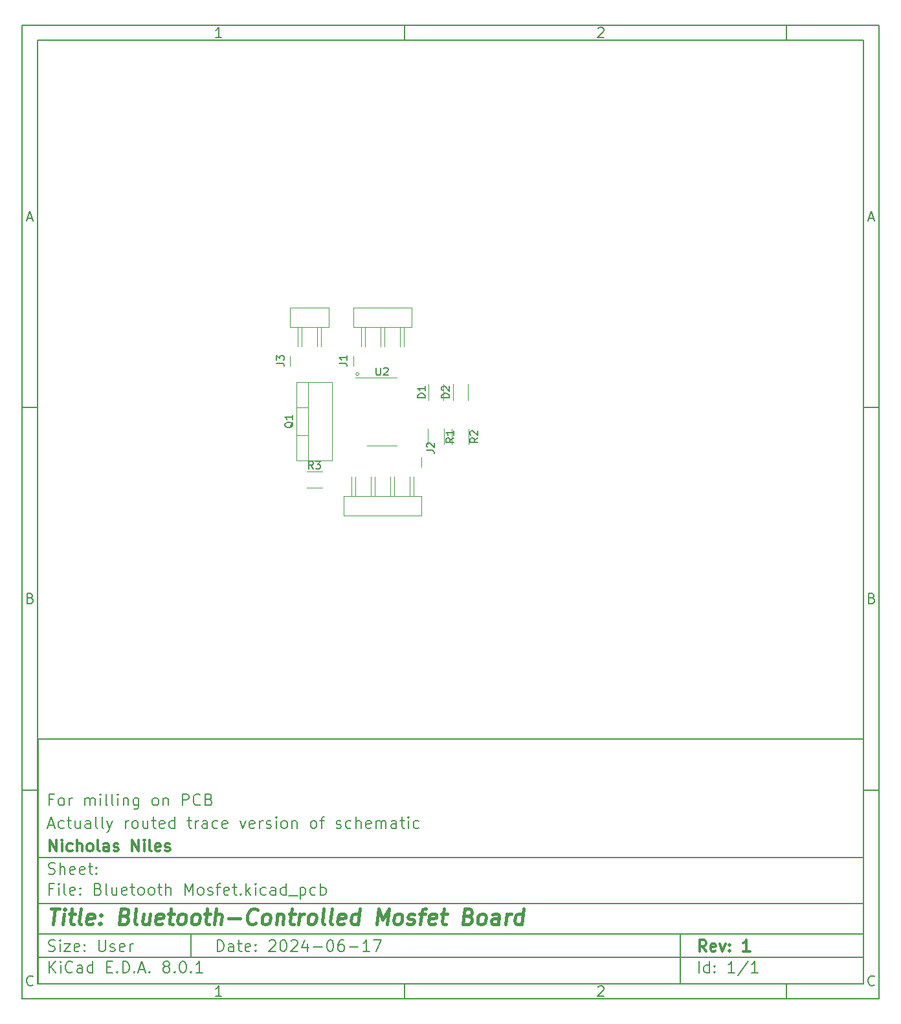
<source format=gbr>
%TF.GenerationSoftware,KiCad,Pcbnew,8.0.1*%
%TF.CreationDate,2024-06-17T11:29:09-04:00*%
%TF.ProjectId,Bluetooth Mosfet,426c7565-746f-46f7-9468-204d6f736665,1*%
%TF.SameCoordinates,Original*%
%TF.FileFunction,Legend,Top*%
%TF.FilePolarity,Positive*%
%FSLAX46Y46*%
G04 Gerber Fmt 4.6, Leading zero omitted, Abs format (unit mm)*
G04 Created by KiCad (PCBNEW 8.0.1) date 2024-06-17 11:29:09*
%MOMM*%
%LPD*%
G01*
G04 APERTURE LIST*
%ADD10C,0.100000*%
%ADD11C,0.150000*%
%ADD12C,0.300000*%
%ADD13C,0.400000*%
%ADD14C,0.120000*%
G04 APERTURE END LIST*
D10*
D11*
X12080000Y-103320000D02*
X120080000Y-103320000D01*
X120080000Y-135320000D01*
X12080000Y-135320000D01*
X12080000Y-103320000D01*
D10*
D11*
X10000000Y-10000000D02*
X122080000Y-10000000D01*
X122080000Y-137320000D01*
X10000000Y-137320000D01*
X10000000Y-10000000D01*
D10*
D11*
X12000000Y-12000000D02*
X120080000Y-12000000D01*
X120080000Y-135320000D01*
X12000000Y-135320000D01*
X12000000Y-12000000D01*
D10*
D11*
X60000000Y-12000000D02*
X60000000Y-10000000D01*
D10*
D11*
X110000000Y-12000000D02*
X110000000Y-10000000D01*
D10*
D11*
X36089160Y-11593604D02*
X35346303Y-11593604D01*
X35717731Y-11593604D02*
X35717731Y-10293604D01*
X35717731Y-10293604D02*
X35593922Y-10479319D01*
X35593922Y-10479319D02*
X35470112Y-10603128D01*
X35470112Y-10603128D02*
X35346303Y-10665033D01*
D10*
D11*
X85346303Y-10417414D02*
X85408207Y-10355509D01*
X85408207Y-10355509D02*
X85532017Y-10293604D01*
X85532017Y-10293604D02*
X85841541Y-10293604D01*
X85841541Y-10293604D02*
X85965350Y-10355509D01*
X85965350Y-10355509D02*
X86027255Y-10417414D01*
X86027255Y-10417414D02*
X86089160Y-10541223D01*
X86089160Y-10541223D02*
X86089160Y-10665033D01*
X86089160Y-10665033D02*
X86027255Y-10850747D01*
X86027255Y-10850747D02*
X85284398Y-11593604D01*
X85284398Y-11593604D02*
X86089160Y-11593604D01*
D10*
D11*
X60000000Y-135320000D02*
X60000000Y-137320000D01*
D10*
D11*
X110000000Y-135320000D02*
X110000000Y-137320000D01*
D10*
D11*
X36089160Y-136913604D02*
X35346303Y-136913604D01*
X35717731Y-136913604D02*
X35717731Y-135613604D01*
X35717731Y-135613604D02*
X35593922Y-135799319D01*
X35593922Y-135799319D02*
X35470112Y-135923128D01*
X35470112Y-135923128D02*
X35346303Y-135985033D01*
D10*
D11*
X85346303Y-135737414D02*
X85408207Y-135675509D01*
X85408207Y-135675509D02*
X85532017Y-135613604D01*
X85532017Y-135613604D02*
X85841541Y-135613604D01*
X85841541Y-135613604D02*
X85965350Y-135675509D01*
X85965350Y-135675509D02*
X86027255Y-135737414D01*
X86027255Y-135737414D02*
X86089160Y-135861223D01*
X86089160Y-135861223D02*
X86089160Y-135985033D01*
X86089160Y-135985033D02*
X86027255Y-136170747D01*
X86027255Y-136170747D02*
X85284398Y-136913604D01*
X85284398Y-136913604D02*
X86089160Y-136913604D01*
D10*
D11*
X10000000Y-60000000D02*
X12000000Y-60000000D01*
D10*
D11*
X10000000Y-110000000D02*
X12000000Y-110000000D01*
D10*
D11*
X10690476Y-35222176D02*
X11309523Y-35222176D01*
X10566666Y-35593604D02*
X10999999Y-34293604D01*
X10999999Y-34293604D02*
X11433333Y-35593604D01*
D10*
D11*
X11092857Y-84912652D02*
X11278571Y-84974557D01*
X11278571Y-84974557D02*
X11340476Y-85036461D01*
X11340476Y-85036461D02*
X11402380Y-85160271D01*
X11402380Y-85160271D02*
X11402380Y-85345985D01*
X11402380Y-85345985D02*
X11340476Y-85469795D01*
X11340476Y-85469795D02*
X11278571Y-85531700D01*
X11278571Y-85531700D02*
X11154761Y-85593604D01*
X11154761Y-85593604D02*
X10659523Y-85593604D01*
X10659523Y-85593604D02*
X10659523Y-84293604D01*
X10659523Y-84293604D02*
X11092857Y-84293604D01*
X11092857Y-84293604D02*
X11216666Y-84355509D01*
X11216666Y-84355509D02*
X11278571Y-84417414D01*
X11278571Y-84417414D02*
X11340476Y-84541223D01*
X11340476Y-84541223D02*
X11340476Y-84665033D01*
X11340476Y-84665033D02*
X11278571Y-84788842D01*
X11278571Y-84788842D02*
X11216666Y-84850747D01*
X11216666Y-84850747D02*
X11092857Y-84912652D01*
X11092857Y-84912652D02*
X10659523Y-84912652D01*
D10*
D11*
X11402380Y-135469795D02*
X11340476Y-135531700D01*
X11340476Y-135531700D02*
X11154761Y-135593604D01*
X11154761Y-135593604D02*
X11030952Y-135593604D01*
X11030952Y-135593604D02*
X10845238Y-135531700D01*
X10845238Y-135531700D02*
X10721428Y-135407890D01*
X10721428Y-135407890D02*
X10659523Y-135284080D01*
X10659523Y-135284080D02*
X10597619Y-135036461D01*
X10597619Y-135036461D02*
X10597619Y-134850747D01*
X10597619Y-134850747D02*
X10659523Y-134603128D01*
X10659523Y-134603128D02*
X10721428Y-134479319D01*
X10721428Y-134479319D02*
X10845238Y-134355509D01*
X10845238Y-134355509D02*
X11030952Y-134293604D01*
X11030952Y-134293604D02*
X11154761Y-134293604D01*
X11154761Y-134293604D02*
X11340476Y-134355509D01*
X11340476Y-134355509D02*
X11402380Y-134417414D01*
D10*
D11*
X122080000Y-60000000D02*
X120080000Y-60000000D01*
D10*
D11*
X122080000Y-110000000D02*
X120080000Y-110000000D01*
D10*
D11*
X120770476Y-35222176D02*
X121389523Y-35222176D01*
X120646666Y-35593604D02*
X121079999Y-34293604D01*
X121079999Y-34293604D02*
X121513333Y-35593604D01*
D10*
D11*
X121172857Y-84912652D02*
X121358571Y-84974557D01*
X121358571Y-84974557D02*
X121420476Y-85036461D01*
X121420476Y-85036461D02*
X121482380Y-85160271D01*
X121482380Y-85160271D02*
X121482380Y-85345985D01*
X121482380Y-85345985D02*
X121420476Y-85469795D01*
X121420476Y-85469795D02*
X121358571Y-85531700D01*
X121358571Y-85531700D02*
X121234761Y-85593604D01*
X121234761Y-85593604D02*
X120739523Y-85593604D01*
X120739523Y-85593604D02*
X120739523Y-84293604D01*
X120739523Y-84293604D02*
X121172857Y-84293604D01*
X121172857Y-84293604D02*
X121296666Y-84355509D01*
X121296666Y-84355509D02*
X121358571Y-84417414D01*
X121358571Y-84417414D02*
X121420476Y-84541223D01*
X121420476Y-84541223D02*
X121420476Y-84665033D01*
X121420476Y-84665033D02*
X121358571Y-84788842D01*
X121358571Y-84788842D02*
X121296666Y-84850747D01*
X121296666Y-84850747D02*
X121172857Y-84912652D01*
X121172857Y-84912652D02*
X120739523Y-84912652D01*
D10*
D11*
X121482380Y-135469795D02*
X121420476Y-135531700D01*
X121420476Y-135531700D02*
X121234761Y-135593604D01*
X121234761Y-135593604D02*
X121110952Y-135593604D01*
X121110952Y-135593604D02*
X120925238Y-135531700D01*
X120925238Y-135531700D02*
X120801428Y-135407890D01*
X120801428Y-135407890D02*
X120739523Y-135284080D01*
X120739523Y-135284080D02*
X120677619Y-135036461D01*
X120677619Y-135036461D02*
X120677619Y-134850747D01*
X120677619Y-134850747D02*
X120739523Y-134603128D01*
X120739523Y-134603128D02*
X120801428Y-134479319D01*
X120801428Y-134479319D02*
X120925238Y-134355509D01*
X120925238Y-134355509D02*
X121110952Y-134293604D01*
X121110952Y-134293604D02*
X121234761Y-134293604D01*
X121234761Y-134293604D02*
X121420476Y-134355509D01*
X121420476Y-134355509D02*
X121482380Y-134417414D01*
D10*
D11*
X35535826Y-131106128D02*
X35535826Y-129606128D01*
X35535826Y-129606128D02*
X35892969Y-129606128D01*
X35892969Y-129606128D02*
X36107255Y-129677557D01*
X36107255Y-129677557D02*
X36250112Y-129820414D01*
X36250112Y-129820414D02*
X36321541Y-129963271D01*
X36321541Y-129963271D02*
X36392969Y-130248985D01*
X36392969Y-130248985D02*
X36392969Y-130463271D01*
X36392969Y-130463271D02*
X36321541Y-130748985D01*
X36321541Y-130748985D02*
X36250112Y-130891842D01*
X36250112Y-130891842D02*
X36107255Y-131034700D01*
X36107255Y-131034700D02*
X35892969Y-131106128D01*
X35892969Y-131106128D02*
X35535826Y-131106128D01*
X37678684Y-131106128D02*
X37678684Y-130320414D01*
X37678684Y-130320414D02*
X37607255Y-130177557D01*
X37607255Y-130177557D02*
X37464398Y-130106128D01*
X37464398Y-130106128D02*
X37178684Y-130106128D01*
X37178684Y-130106128D02*
X37035826Y-130177557D01*
X37678684Y-131034700D02*
X37535826Y-131106128D01*
X37535826Y-131106128D02*
X37178684Y-131106128D01*
X37178684Y-131106128D02*
X37035826Y-131034700D01*
X37035826Y-131034700D02*
X36964398Y-130891842D01*
X36964398Y-130891842D02*
X36964398Y-130748985D01*
X36964398Y-130748985D02*
X37035826Y-130606128D01*
X37035826Y-130606128D02*
X37178684Y-130534700D01*
X37178684Y-130534700D02*
X37535826Y-130534700D01*
X37535826Y-130534700D02*
X37678684Y-130463271D01*
X38178684Y-130106128D02*
X38750112Y-130106128D01*
X38392969Y-129606128D02*
X38392969Y-130891842D01*
X38392969Y-130891842D02*
X38464398Y-131034700D01*
X38464398Y-131034700D02*
X38607255Y-131106128D01*
X38607255Y-131106128D02*
X38750112Y-131106128D01*
X39821541Y-131034700D02*
X39678684Y-131106128D01*
X39678684Y-131106128D02*
X39392970Y-131106128D01*
X39392970Y-131106128D02*
X39250112Y-131034700D01*
X39250112Y-131034700D02*
X39178684Y-130891842D01*
X39178684Y-130891842D02*
X39178684Y-130320414D01*
X39178684Y-130320414D02*
X39250112Y-130177557D01*
X39250112Y-130177557D02*
X39392970Y-130106128D01*
X39392970Y-130106128D02*
X39678684Y-130106128D01*
X39678684Y-130106128D02*
X39821541Y-130177557D01*
X39821541Y-130177557D02*
X39892970Y-130320414D01*
X39892970Y-130320414D02*
X39892970Y-130463271D01*
X39892970Y-130463271D02*
X39178684Y-130606128D01*
X40535826Y-130963271D02*
X40607255Y-131034700D01*
X40607255Y-131034700D02*
X40535826Y-131106128D01*
X40535826Y-131106128D02*
X40464398Y-131034700D01*
X40464398Y-131034700D02*
X40535826Y-130963271D01*
X40535826Y-130963271D02*
X40535826Y-131106128D01*
X40535826Y-130177557D02*
X40607255Y-130248985D01*
X40607255Y-130248985D02*
X40535826Y-130320414D01*
X40535826Y-130320414D02*
X40464398Y-130248985D01*
X40464398Y-130248985D02*
X40535826Y-130177557D01*
X40535826Y-130177557D02*
X40535826Y-130320414D01*
X42321541Y-129748985D02*
X42392969Y-129677557D01*
X42392969Y-129677557D02*
X42535827Y-129606128D01*
X42535827Y-129606128D02*
X42892969Y-129606128D01*
X42892969Y-129606128D02*
X43035827Y-129677557D01*
X43035827Y-129677557D02*
X43107255Y-129748985D01*
X43107255Y-129748985D02*
X43178684Y-129891842D01*
X43178684Y-129891842D02*
X43178684Y-130034700D01*
X43178684Y-130034700D02*
X43107255Y-130248985D01*
X43107255Y-130248985D02*
X42250112Y-131106128D01*
X42250112Y-131106128D02*
X43178684Y-131106128D01*
X44107255Y-129606128D02*
X44250112Y-129606128D01*
X44250112Y-129606128D02*
X44392969Y-129677557D01*
X44392969Y-129677557D02*
X44464398Y-129748985D01*
X44464398Y-129748985D02*
X44535826Y-129891842D01*
X44535826Y-129891842D02*
X44607255Y-130177557D01*
X44607255Y-130177557D02*
X44607255Y-130534700D01*
X44607255Y-130534700D02*
X44535826Y-130820414D01*
X44535826Y-130820414D02*
X44464398Y-130963271D01*
X44464398Y-130963271D02*
X44392969Y-131034700D01*
X44392969Y-131034700D02*
X44250112Y-131106128D01*
X44250112Y-131106128D02*
X44107255Y-131106128D01*
X44107255Y-131106128D02*
X43964398Y-131034700D01*
X43964398Y-131034700D02*
X43892969Y-130963271D01*
X43892969Y-130963271D02*
X43821540Y-130820414D01*
X43821540Y-130820414D02*
X43750112Y-130534700D01*
X43750112Y-130534700D02*
X43750112Y-130177557D01*
X43750112Y-130177557D02*
X43821540Y-129891842D01*
X43821540Y-129891842D02*
X43892969Y-129748985D01*
X43892969Y-129748985D02*
X43964398Y-129677557D01*
X43964398Y-129677557D02*
X44107255Y-129606128D01*
X45178683Y-129748985D02*
X45250111Y-129677557D01*
X45250111Y-129677557D02*
X45392969Y-129606128D01*
X45392969Y-129606128D02*
X45750111Y-129606128D01*
X45750111Y-129606128D02*
X45892969Y-129677557D01*
X45892969Y-129677557D02*
X45964397Y-129748985D01*
X45964397Y-129748985D02*
X46035826Y-129891842D01*
X46035826Y-129891842D02*
X46035826Y-130034700D01*
X46035826Y-130034700D02*
X45964397Y-130248985D01*
X45964397Y-130248985D02*
X45107254Y-131106128D01*
X45107254Y-131106128D02*
X46035826Y-131106128D01*
X47321540Y-130106128D02*
X47321540Y-131106128D01*
X46964397Y-129534700D02*
X46607254Y-130606128D01*
X46607254Y-130606128D02*
X47535825Y-130606128D01*
X48107253Y-130534700D02*
X49250111Y-130534700D01*
X50250111Y-129606128D02*
X50392968Y-129606128D01*
X50392968Y-129606128D02*
X50535825Y-129677557D01*
X50535825Y-129677557D02*
X50607254Y-129748985D01*
X50607254Y-129748985D02*
X50678682Y-129891842D01*
X50678682Y-129891842D02*
X50750111Y-130177557D01*
X50750111Y-130177557D02*
X50750111Y-130534700D01*
X50750111Y-130534700D02*
X50678682Y-130820414D01*
X50678682Y-130820414D02*
X50607254Y-130963271D01*
X50607254Y-130963271D02*
X50535825Y-131034700D01*
X50535825Y-131034700D02*
X50392968Y-131106128D01*
X50392968Y-131106128D02*
X50250111Y-131106128D01*
X50250111Y-131106128D02*
X50107254Y-131034700D01*
X50107254Y-131034700D02*
X50035825Y-130963271D01*
X50035825Y-130963271D02*
X49964396Y-130820414D01*
X49964396Y-130820414D02*
X49892968Y-130534700D01*
X49892968Y-130534700D02*
X49892968Y-130177557D01*
X49892968Y-130177557D02*
X49964396Y-129891842D01*
X49964396Y-129891842D02*
X50035825Y-129748985D01*
X50035825Y-129748985D02*
X50107254Y-129677557D01*
X50107254Y-129677557D02*
X50250111Y-129606128D01*
X52035825Y-129606128D02*
X51750110Y-129606128D01*
X51750110Y-129606128D02*
X51607253Y-129677557D01*
X51607253Y-129677557D02*
X51535825Y-129748985D01*
X51535825Y-129748985D02*
X51392967Y-129963271D01*
X51392967Y-129963271D02*
X51321539Y-130248985D01*
X51321539Y-130248985D02*
X51321539Y-130820414D01*
X51321539Y-130820414D02*
X51392967Y-130963271D01*
X51392967Y-130963271D02*
X51464396Y-131034700D01*
X51464396Y-131034700D02*
X51607253Y-131106128D01*
X51607253Y-131106128D02*
X51892967Y-131106128D01*
X51892967Y-131106128D02*
X52035825Y-131034700D01*
X52035825Y-131034700D02*
X52107253Y-130963271D01*
X52107253Y-130963271D02*
X52178682Y-130820414D01*
X52178682Y-130820414D02*
X52178682Y-130463271D01*
X52178682Y-130463271D02*
X52107253Y-130320414D01*
X52107253Y-130320414D02*
X52035825Y-130248985D01*
X52035825Y-130248985D02*
X51892967Y-130177557D01*
X51892967Y-130177557D02*
X51607253Y-130177557D01*
X51607253Y-130177557D02*
X51464396Y-130248985D01*
X51464396Y-130248985D02*
X51392967Y-130320414D01*
X51392967Y-130320414D02*
X51321539Y-130463271D01*
X52821538Y-130534700D02*
X53964396Y-130534700D01*
X55464396Y-131106128D02*
X54607253Y-131106128D01*
X55035824Y-131106128D02*
X55035824Y-129606128D01*
X55035824Y-129606128D02*
X54892967Y-129820414D01*
X54892967Y-129820414D02*
X54750110Y-129963271D01*
X54750110Y-129963271D02*
X54607253Y-130034700D01*
X55964395Y-129606128D02*
X56964395Y-129606128D01*
X56964395Y-129606128D02*
X56321538Y-131106128D01*
D10*
D11*
X12080000Y-131820000D02*
X120080000Y-131820000D01*
D10*
D11*
X13535826Y-133906128D02*
X13535826Y-132406128D01*
X14392969Y-133906128D02*
X13750112Y-133048985D01*
X14392969Y-132406128D02*
X13535826Y-133263271D01*
X15035826Y-133906128D02*
X15035826Y-132906128D01*
X15035826Y-132406128D02*
X14964398Y-132477557D01*
X14964398Y-132477557D02*
X15035826Y-132548985D01*
X15035826Y-132548985D02*
X15107255Y-132477557D01*
X15107255Y-132477557D02*
X15035826Y-132406128D01*
X15035826Y-132406128D02*
X15035826Y-132548985D01*
X16607255Y-133763271D02*
X16535827Y-133834700D01*
X16535827Y-133834700D02*
X16321541Y-133906128D01*
X16321541Y-133906128D02*
X16178684Y-133906128D01*
X16178684Y-133906128D02*
X15964398Y-133834700D01*
X15964398Y-133834700D02*
X15821541Y-133691842D01*
X15821541Y-133691842D02*
X15750112Y-133548985D01*
X15750112Y-133548985D02*
X15678684Y-133263271D01*
X15678684Y-133263271D02*
X15678684Y-133048985D01*
X15678684Y-133048985D02*
X15750112Y-132763271D01*
X15750112Y-132763271D02*
X15821541Y-132620414D01*
X15821541Y-132620414D02*
X15964398Y-132477557D01*
X15964398Y-132477557D02*
X16178684Y-132406128D01*
X16178684Y-132406128D02*
X16321541Y-132406128D01*
X16321541Y-132406128D02*
X16535827Y-132477557D01*
X16535827Y-132477557D02*
X16607255Y-132548985D01*
X17892970Y-133906128D02*
X17892970Y-133120414D01*
X17892970Y-133120414D02*
X17821541Y-132977557D01*
X17821541Y-132977557D02*
X17678684Y-132906128D01*
X17678684Y-132906128D02*
X17392970Y-132906128D01*
X17392970Y-132906128D02*
X17250112Y-132977557D01*
X17892970Y-133834700D02*
X17750112Y-133906128D01*
X17750112Y-133906128D02*
X17392970Y-133906128D01*
X17392970Y-133906128D02*
X17250112Y-133834700D01*
X17250112Y-133834700D02*
X17178684Y-133691842D01*
X17178684Y-133691842D02*
X17178684Y-133548985D01*
X17178684Y-133548985D02*
X17250112Y-133406128D01*
X17250112Y-133406128D02*
X17392970Y-133334700D01*
X17392970Y-133334700D02*
X17750112Y-133334700D01*
X17750112Y-133334700D02*
X17892970Y-133263271D01*
X19250113Y-133906128D02*
X19250113Y-132406128D01*
X19250113Y-133834700D02*
X19107255Y-133906128D01*
X19107255Y-133906128D02*
X18821541Y-133906128D01*
X18821541Y-133906128D02*
X18678684Y-133834700D01*
X18678684Y-133834700D02*
X18607255Y-133763271D01*
X18607255Y-133763271D02*
X18535827Y-133620414D01*
X18535827Y-133620414D02*
X18535827Y-133191842D01*
X18535827Y-133191842D02*
X18607255Y-133048985D01*
X18607255Y-133048985D02*
X18678684Y-132977557D01*
X18678684Y-132977557D02*
X18821541Y-132906128D01*
X18821541Y-132906128D02*
X19107255Y-132906128D01*
X19107255Y-132906128D02*
X19250113Y-132977557D01*
X21107255Y-133120414D02*
X21607255Y-133120414D01*
X21821541Y-133906128D02*
X21107255Y-133906128D01*
X21107255Y-133906128D02*
X21107255Y-132406128D01*
X21107255Y-132406128D02*
X21821541Y-132406128D01*
X22464398Y-133763271D02*
X22535827Y-133834700D01*
X22535827Y-133834700D02*
X22464398Y-133906128D01*
X22464398Y-133906128D02*
X22392970Y-133834700D01*
X22392970Y-133834700D02*
X22464398Y-133763271D01*
X22464398Y-133763271D02*
X22464398Y-133906128D01*
X23178684Y-133906128D02*
X23178684Y-132406128D01*
X23178684Y-132406128D02*
X23535827Y-132406128D01*
X23535827Y-132406128D02*
X23750113Y-132477557D01*
X23750113Y-132477557D02*
X23892970Y-132620414D01*
X23892970Y-132620414D02*
X23964399Y-132763271D01*
X23964399Y-132763271D02*
X24035827Y-133048985D01*
X24035827Y-133048985D02*
X24035827Y-133263271D01*
X24035827Y-133263271D02*
X23964399Y-133548985D01*
X23964399Y-133548985D02*
X23892970Y-133691842D01*
X23892970Y-133691842D02*
X23750113Y-133834700D01*
X23750113Y-133834700D02*
X23535827Y-133906128D01*
X23535827Y-133906128D02*
X23178684Y-133906128D01*
X24678684Y-133763271D02*
X24750113Y-133834700D01*
X24750113Y-133834700D02*
X24678684Y-133906128D01*
X24678684Y-133906128D02*
X24607256Y-133834700D01*
X24607256Y-133834700D02*
X24678684Y-133763271D01*
X24678684Y-133763271D02*
X24678684Y-133906128D01*
X25321542Y-133477557D02*
X26035828Y-133477557D01*
X25178685Y-133906128D02*
X25678685Y-132406128D01*
X25678685Y-132406128D02*
X26178685Y-133906128D01*
X26678684Y-133763271D02*
X26750113Y-133834700D01*
X26750113Y-133834700D02*
X26678684Y-133906128D01*
X26678684Y-133906128D02*
X26607256Y-133834700D01*
X26607256Y-133834700D02*
X26678684Y-133763271D01*
X26678684Y-133763271D02*
X26678684Y-133906128D01*
X28750113Y-133048985D02*
X28607256Y-132977557D01*
X28607256Y-132977557D02*
X28535827Y-132906128D01*
X28535827Y-132906128D02*
X28464399Y-132763271D01*
X28464399Y-132763271D02*
X28464399Y-132691842D01*
X28464399Y-132691842D02*
X28535827Y-132548985D01*
X28535827Y-132548985D02*
X28607256Y-132477557D01*
X28607256Y-132477557D02*
X28750113Y-132406128D01*
X28750113Y-132406128D02*
X29035827Y-132406128D01*
X29035827Y-132406128D02*
X29178685Y-132477557D01*
X29178685Y-132477557D02*
X29250113Y-132548985D01*
X29250113Y-132548985D02*
X29321542Y-132691842D01*
X29321542Y-132691842D02*
X29321542Y-132763271D01*
X29321542Y-132763271D02*
X29250113Y-132906128D01*
X29250113Y-132906128D02*
X29178685Y-132977557D01*
X29178685Y-132977557D02*
X29035827Y-133048985D01*
X29035827Y-133048985D02*
X28750113Y-133048985D01*
X28750113Y-133048985D02*
X28607256Y-133120414D01*
X28607256Y-133120414D02*
X28535827Y-133191842D01*
X28535827Y-133191842D02*
X28464399Y-133334700D01*
X28464399Y-133334700D02*
X28464399Y-133620414D01*
X28464399Y-133620414D02*
X28535827Y-133763271D01*
X28535827Y-133763271D02*
X28607256Y-133834700D01*
X28607256Y-133834700D02*
X28750113Y-133906128D01*
X28750113Y-133906128D02*
X29035827Y-133906128D01*
X29035827Y-133906128D02*
X29178685Y-133834700D01*
X29178685Y-133834700D02*
X29250113Y-133763271D01*
X29250113Y-133763271D02*
X29321542Y-133620414D01*
X29321542Y-133620414D02*
X29321542Y-133334700D01*
X29321542Y-133334700D02*
X29250113Y-133191842D01*
X29250113Y-133191842D02*
X29178685Y-133120414D01*
X29178685Y-133120414D02*
X29035827Y-133048985D01*
X29964398Y-133763271D02*
X30035827Y-133834700D01*
X30035827Y-133834700D02*
X29964398Y-133906128D01*
X29964398Y-133906128D02*
X29892970Y-133834700D01*
X29892970Y-133834700D02*
X29964398Y-133763271D01*
X29964398Y-133763271D02*
X29964398Y-133906128D01*
X30964399Y-132406128D02*
X31107256Y-132406128D01*
X31107256Y-132406128D02*
X31250113Y-132477557D01*
X31250113Y-132477557D02*
X31321542Y-132548985D01*
X31321542Y-132548985D02*
X31392970Y-132691842D01*
X31392970Y-132691842D02*
X31464399Y-132977557D01*
X31464399Y-132977557D02*
X31464399Y-133334700D01*
X31464399Y-133334700D02*
X31392970Y-133620414D01*
X31392970Y-133620414D02*
X31321542Y-133763271D01*
X31321542Y-133763271D02*
X31250113Y-133834700D01*
X31250113Y-133834700D02*
X31107256Y-133906128D01*
X31107256Y-133906128D02*
X30964399Y-133906128D01*
X30964399Y-133906128D02*
X30821542Y-133834700D01*
X30821542Y-133834700D02*
X30750113Y-133763271D01*
X30750113Y-133763271D02*
X30678684Y-133620414D01*
X30678684Y-133620414D02*
X30607256Y-133334700D01*
X30607256Y-133334700D02*
X30607256Y-132977557D01*
X30607256Y-132977557D02*
X30678684Y-132691842D01*
X30678684Y-132691842D02*
X30750113Y-132548985D01*
X30750113Y-132548985D02*
X30821542Y-132477557D01*
X30821542Y-132477557D02*
X30964399Y-132406128D01*
X32107255Y-133763271D02*
X32178684Y-133834700D01*
X32178684Y-133834700D02*
X32107255Y-133906128D01*
X32107255Y-133906128D02*
X32035827Y-133834700D01*
X32035827Y-133834700D02*
X32107255Y-133763271D01*
X32107255Y-133763271D02*
X32107255Y-133906128D01*
X33607256Y-133906128D02*
X32750113Y-133906128D01*
X33178684Y-133906128D02*
X33178684Y-132406128D01*
X33178684Y-132406128D02*
X33035827Y-132620414D01*
X33035827Y-132620414D02*
X32892970Y-132763271D01*
X32892970Y-132763271D02*
X32750113Y-132834700D01*
D10*
D11*
X12080000Y-128820000D02*
X120080000Y-128820000D01*
D10*
D12*
X99491653Y-131098328D02*
X98991653Y-130384042D01*
X98634510Y-131098328D02*
X98634510Y-129598328D01*
X98634510Y-129598328D02*
X99205939Y-129598328D01*
X99205939Y-129598328D02*
X99348796Y-129669757D01*
X99348796Y-129669757D02*
X99420225Y-129741185D01*
X99420225Y-129741185D02*
X99491653Y-129884042D01*
X99491653Y-129884042D02*
X99491653Y-130098328D01*
X99491653Y-130098328D02*
X99420225Y-130241185D01*
X99420225Y-130241185D02*
X99348796Y-130312614D01*
X99348796Y-130312614D02*
X99205939Y-130384042D01*
X99205939Y-130384042D02*
X98634510Y-130384042D01*
X100705939Y-131026900D02*
X100563082Y-131098328D01*
X100563082Y-131098328D02*
X100277368Y-131098328D01*
X100277368Y-131098328D02*
X100134510Y-131026900D01*
X100134510Y-131026900D02*
X100063082Y-130884042D01*
X100063082Y-130884042D02*
X100063082Y-130312614D01*
X100063082Y-130312614D02*
X100134510Y-130169757D01*
X100134510Y-130169757D02*
X100277368Y-130098328D01*
X100277368Y-130098328D02*
X100563082Y-130098328D01*
X100563082Y-130098328D02*
X100705939Y-130169757D01*
X100705939Y-130169757D02*
X100777368Y-130312614D01*
X100777368Y-130312614D02*
X100777368Y-130455471D01*
X100777368Y-130455471D02*
X100063082Y-130598328D01*
X101277367Y-130098328D02*
X101634510Y-131098328D01*
X101634510Y-131098328D02*
X101991653Y-130098328D01*
X102563081Y-130955471D02*
X102634510Y-131026900D01*
X102634510Y-131026900D02*
X102563081Y-131098328D01*
X102563081Y-131098328D02*
X102491653Y-131026900D01*
X102491653Y-131026900D02*
X102563081Y-130955471D01*
X102563081Y-130955471D02*
X102563081Y-131098328D01*
X102563081Y-130169757D02*
X102634510Y-130241185D01*
X102634510Y-130241185D02*
X102563081Y-130312614D01*
X102563081Y-130312614D02*
X102491653Y-130241185D01*
X102491653Y-130241185D02*
X102563081Y-130169757D01*
X102563081Y-130169757D02*
X102563081Y-130312614D01*
X105205939Y-131098328D02*
X104348796Y-131098328D01*
X104777367Y-131098328D02*
X104777367Y-129598328D01*
X104777367Y-129598328D02*
X104634510Y-129812614D01*
X104634510Y-129812614D02*
X104491653Y-129955471D01*
X104491653Y-129955471D02*
X104348796Y-130026900D01*
D10*
D11*
X13464398Y-131034700D02*
X13678684Y-131106128D01*
X13678684Y-131106128D02*
X14035826Y-131106128D01*
X14035826Y-131106128D02*
X14178684Y-131034700D01*
X14178684Y-131034700D02*
X14250112Y-130963271D01*
X14250112Y-130963271D02*
X14321541Y-130820414D01*
X14321541Y-130820414D02*
X14321541Y-130677557D01*
X14321541Y-130677557D02*
X14250112Y-130534700D01*
X14250112Y-130534700D02*
X14178684Y-130463271D01*
X14178684Y-130463271D02*
X14035826Y-130391842D01*
X14035826Y-130391842D02*
X13750112Y-130320414D01*
X13750112Y-130320414D02*
X13607255Y-130248985D01*
X13607255Y-130248985D02*
X13535826Y-130177557D01*
X13535826Y-130177557D02*
X13464398Y-130034700D01*
X13464398Y-130034700D02*
X13464398Y-129891842D01*
X13464398Y-129891842D02*
X13535826Y-129748985D01*
X13535826Y-129748985D02*
X13607255Y-129677557D01*
X13607255Y-129677557D02*
X13750112Y-129606128D01*
X13750112Y-129606128D02*
X14107255Y-129606128D01*
X14107255Y-129606128D02*
X14321541Y-129677557D01*
X14964397Y-131106128D02*
X14964397Y-130106128D01*
X14964397Y-129606128D02*
X14892969Y-129677557D01*
X14892969Y-129677557D02*
X14964397Y-129748985D01*
X14964397Y-129748985D02*
X15035826Y-129677557D01*
X15035826Y-129677557D02*
X14964397Y-129606128D01*
X14964397Y-129606128D02*
X14964397Y-129748985D01*
X15535826Y-130106128D02*
X16321541Y-130106128D01*
X16321541Y-130106128D02*
X15535826Y-131106128D01*
X15535826Y-131106128D02*
X16321541Y-131106128D01*
X17464398Y-131034700D02*
X17321541Y-131106128D01*
X17321541Y-131106128D02*
X17035827Y-131106128D01*
X17035827Y-131106128D02*
X16892969Y-131034700D01*
X16892969Y-131034700D02*
X16821541Y-130891842D01*
X16821541Y-130891842D02*
X16821541Y-130320414D01*
X16821541Y-130320414D02*
X16892969Y-130177557D01*
X16892969Y-130177557D02*
X17035827Y-130106128D01*
X17035827Y-130106128D02*
X17321541Y-130106128D01*
X17321541Y-130106128D02*
X17464398Y-130177557D01*
X17464398Y-130177557D02*
X17535827Y-130320414D01*
X17535827Y-130320414D02*
X17535827Y-130463271D01*
X17535827Y-130463271D02*
X16821541Y-130606128D01*
X18178683Y-130963271D02*
X18250112Y-131034700D01*
X18250112Y-131034700D02*
X18178683Y-131106128D01*
X18178683Y-131106128D02*
X18107255Y-131034700D01*
X18107255Y-131034700D02*
X18178683Y-130963271D01*
X18178683Y-130963271D02*
X18178683Y-131106128D01*
X18178683Y-130177557D02*
X18250112Y-130248985D01*
X18250112Y-130248985D02*
X18178683Y-130320414D01*
X18178683Y-130320414D02*
X18107255Y-130248985D01*
X18107255Y-130248985D02*
X18178683Y-130177557D01*
X18178683Y-130177557D02*
X18178683Y-130320414D01*
X20035826Y-129606128D02*
X20035826Y-130820414D01*
X20035826Y-130820414D02*
X20107255Y-130963271D01*
X20107255Y-130963271D02*
X20178684Y-131034700D01*
X20178684Y-131034700D02*
X20321541Y-131106128D01*
X20321541Y-131106128D02*
X20607255Y-131106128D01*
X20607255Y-131106128D02*
X20750112Y-131034700D01*
X20750112Y-131034700D02*
X20821541Y-130963271D01*
X20821541Y-130963271D02*
X20892969Y-130820414D01*
X20892969Y-130820414D02*
X20892969Y-129606128D01*
X21535827Y-131034700D02*
X21678684Y-131106128D01*
X21678684Y-131106128D02*
X21964398Y-131106128D01*
X21964398Y-131106128D02*
X22107255Y-131034700D01*
X22107255Y-131034700D02*
X22178684Y-130891842D01*
X22178684Y-130891842D02*
X22178684Y-130820414D01*
X22178684Y-130820414D02*
X22107255Y-130677557D01*
X22107255Y-130677557D02*
X21964398Y-130606128D01*
X21964398Y-130606128D02*
X21750113Y-130606128D01*
X21750113Y-130606128D02*
X21607255Y-130534700D01*
X21607255Y-130534700D02*
X21535827Y-130391842D01*
X21535827Y-130391842D02*
X21535827Y-130320414D01*
X21535827Y-130320414D02*
X21607255Y-130177557D01*
X21607255Y-130177557D02*
X21750113Y-130106128D01*
X21750113Y-130106128D02*
X21964398Y-130106128D01*
X21964398Y-130106128D02*
X22107255Y-130177557D01*
X23392970Y-131034700D02*
X23250113Y-131106128D01*
X23250113Y-131106128D02*
X22964399Y-131106128D01*
X22964399Y-131106128D02*
X22821541Y-131034700D01*
X22821541Y-131034700D02*
X22750113Y-130891842D01*
X22750113Y-130891842D02*
X22750113Y-130320414D01*
X22750113Y-130320414D02*
X22821541Y-130177557D01*
X22821541Y-130177557D02*
X22964399Y-130106128D01*
X22964399Y-130106128D02*
X23250113Y-130106128D01*
X23250113Y-130106128D02*
X23392970Y-130177557D01*
X23392970Y-130177557D02*
X23464399Y-130320414D01*
X23464399Y-130320414D02*
X23464399Y-130463271D01*
X23464399Y-130463271D02*
X22750113Y-130606128D01*
X24107255Y-131106128D02*
X24107255Y-130106128D01*
X24107255Y-130391842D02*
X24178684Y-130248985D01*
X24178684Y-130248985D02*
X24250113Y-130177557D01*
X24250113Y-130177557D02*
X24392970Y-130106128D01*
X24392970Y-130106128D02*
X24535827Y-130106128D01*
D10*
D11*
X98535826Y-133906128D02*
X98535826Y-132406128D01*
X99892970Y-133906128D02*
X99892970Y-132406128D01*
X99892970Y-133834700D02*
X99750112Y-133906128D01*
X99750112Y-133906128D02*
X99464398Y-133906128D01*
X99464398Y-133906128D02*
X99321541Y-133834700D01*
X99321541Y-133834700D02*
X99250112Y-133763271D01*
X99250112Y-133763271D02*
X99178684Y-133620414D01*
X99178684Y-133620414D02*
X99178684Y-133191842D01*
X99178684Y-133191842D02*
X99250112Y-133048985D01*
X99250112Y-133048985D02*
X99321541Y-132977557D01*
X99321541Y-132977557D02*
X99464398Y-132906128D01*
X99464398Y-132906128D02*
X99750112Y-132906128D01*
X99750112Y-132906128D02*
X99892970Y-132977557D01*
X100607255Y-133763271D02*
X100678684Y-133834700D01*
X100678684Y-133834700D02*
X100607255Y-133906128D01*
X100607255Y-133906128D02*
X100535827Y-133834700D01*
X100535827Y-133834700D02*
X100607255Y-133763271D01*
X100607255Y-133763271D02*
X100607255Y-133906128D01*
X100607255Y-132977557D02*
X100678684Y-133048985D01*
X100678684Y-133048985D02*
X100607255Y-133120414D01*
X100607255Y-133120414D02*
X100535827Y-133048985D01*
X100535827Y-133048985D02*
X100607255Y-132977557D01*
X100607255Y-132977557D02*
X100607255Y-133120414D01*
X103250113Y-133906128D02*
X102392970Y-133906128D01*
X102821541Y-133906128D02*
X102821541Y-132406128D01*
X102821541Y-132406128D02*
X102678684Y-132620414D01*
X102678684Y-132620414D02*
X102535827Y-132763271D01*
X102535827Y-132763271D02*
X102392970Y-132834700D01*
X104964398Y-132334700D02*
X103678684Y-134263271D01*
X106250113Y-133906128D02*
X105392970Y-133906128D01*
X105821541Y-133906128D02*
X105821541Y-132406128D01*
X105821541Y-132406128D02*
X105678684Y-132620414D01*
X105678684Y-132620414D02*
X105535827Y-132763271D01*
X105535827Y-132763271D02*
X105392970Y-132834700D01*
D10*
D11*
X12080000Y-124820000D02*
X120080000Y-124820000D01*
D10*
D13*
X13771728Y-125524438D02*
X14914585Y-125524438D01*
X14093157Y-127524438D02*
X14343157Y-125524438D01*
X15331252Y-127524438D02*
X15497919Y-126191104D01*
X15581252Y-125524438D02*
X15474109Y-125619676D01*
X15474109Y-125619676D02*
X15557443Y-125714914D01*
X15557443Y-125714914D02*
X15664586Y-125619676D01*
X15664586Y-125619676D02*
X15581252Y-125524438D01*
X15581252Y-125524438D02*
X15557443Y-125714914D01*
X16164586Y-126191104D02*
X16926490Y-126191104D01*
X16533633Y-125524438D02*
X16319348Y-127238723D01*
X16319348Y-127238723D02*
X16390776Y-127429200D01*
X16390776Y-127429200D02*
X16569348Y-127524438D01*
X16569348Y-127524438D02*
X16759824Y-127524438D01*
X17712205Y-127524438D02*
X17533633Y-127429200D01*
X17533633Y-127429200D02*
X17462205Y-127238723D01*
X17462205Y-127238723D02*
X17676490Y-125524438D01*
X19247919Y-127429200D02*
X19045538Y-127524438D01*
X19045538Y-127524438D02*
X18664585Y-127524438D01*
X18664585Y-127524438D02*
X18486014Y-127429200D01*
X18486014Y-127429200D02*
X18414585Y-127238723D01*
X18414585Y-127238723D02*
X18509824Y-126476819D01*
X18509824Y-126476819D02*
X18628871Y-126286342D01*
X18628871Y-126286342D02*
X18831252Y-126191104D01*
X18831252Y-126191104D02*
X19212204Y-126191104D01*
X19212204Y-126191104D02*
X19390776Y-126286342D01*
X19390776Y-126286342D02*
X19462204Y-126476819D01*
X19462204Y-126476819D02*
X19438395Y-126667295D01*
X19438395Y-126667295D02*
X18462204Y-126857771D01*
X20212205Y-127333961D02*
X20295538Y-127429200D01*
X20295538Y-127429200D02*
X20188395Y-127524438D01*
X20188395Y-127524438D02*
X20105062Y-127429200D01*
X20105062Y-127429200D02*
X20212205Y-127333961D01*
X20212205Y-127333961D02*
X20188395Y-127524438D01*
X20343157Y-126286342D02*
X20426490Y-126381580D01*
X20426490Y-126381580D02*
X20319348Y-126476819D01*
X20319348Y-126476819D02*
X20236014Y-126381580D01*
X20236014Y-126381580D02*
X20343157Y-126286342D01*
X20343157Y-126286342D02*
X20319348Y-126476819D01*
X23462205Y-126476819D02*
X23736015Y-126572057D01*
X23736015Y-126572057D02*
X23819348Y-126667295D01*
X23819348Y-126667295D02*
X23890777Y-126857771D01*
X23890777Y-126857771D02*
X23855062Y-127143485D01*
X23855062Y-127143485D02*
X23736015Y-127333961D01*
X23736015Y-127333961D02*
X23628872Y-127429200D01*
X23628872Y-127429200D02*
X23426491Y-127524438D01*
X23426491Y-127524438D02*
X22664586Y-127524438D01*
X22664586Y-127524438D02*
X22914586Y-125524438D01*
X22914586Y-125524438D02*
X23581253Y-125524438D01*
X23581253Y-125524438D02*
X23759824Y-125619676D01*
X23759824Y-125619676D02*
X23843158Y-125714914D01*
X23843158Y-125714914D02*
X23914586Y-125905390D01*
X23914586Y-125905390D02*
X23890777Y-126095866D01*
X23890777Y-126095866D02*
X23771729Y-126286342D01*
X23771729Y-126286342D02*
X23664586Y-126381580D01*
X23664586Y-126381580D02*
X23462205Y-126476819D01*
X23462205Y-126476819D02*
X22795539Y-126476819D01*
X24950301Y-127524438D02*
X24771729Y-127429200D01*
X24771729Y-127429200D02*
X24700301Y-127238723D01*
X24700301Y-127238723D02*
X24914586Y-125524438D01*
X26736015Y-126191104D02*
X26569348Y-127524438D01*
X25878872Y-126191104D02*
X25747920Y-127238723D01*
X25747920Y-127238723D02*
X25819348Y-127429200D01*
X25819348Y-127429200D02*
X25997920Y-127524438D01*
X25997920Y-127524438D02*
X26283634Y-127524438D01*
X26283634Y-127524438D02*
X26486015Y-127429200D01*
X26486015Y-127429200D02*
X26593158Y-127333961D01*
X28295539Y-127429200D02*
X28093158Y-127524438D01*
X28093158Y-127524438D02*
X27712205Y-127524438D01*
X27712205Y-127524438D02*
X27533634Y-127429200D01*
X27533634Y-127429200D02*
X27462205Y-127238723D01*
X27462205Y-127238723D02*
X27557444Y-126476819D01*
X27557444Y-126476819D02*
X27676491Y-126286342D01*
X27676491Y-126286342D02*
X27878872Y-126191104D01*
X27878872Y-126191104D02*
X28259824Y-126191104D01*
X28259824Y-126191104D02*
X28438396Y-126286342D01*
X28438396Y-126286342D02*
X28509824Y-126476819D01*
X28509824Y-126476819D02*
X28486015Y-126667295D01*
X28486015Y-126667295D02*
X27509824Y-126857771D01*
X29116968Y-126191104D02*
X29878872Y-126191104D01*
X29486015Y-125524438D02*
X29271730Y-127238723D01*
X29271730Y-127238723D02*
X29343158Y-127429200D01*
X29343158Y-127429200D02*
X29521730Y-127524438D01*
X29521730Y-127524438D02*
X29712206Y-127524438D01*
X30664587Y-127524438D02*
X30486015Y-127429200D01*
X30486015Y-127429200D02*
X30402682Y-127333961D01*
X30402682Y-127333961D02*
X30331253Y-127143485D01*
X30331253Y-127143485D02*
X30402682Y-126572057D01*
X30402682Y-126572057D02*
X30521729Y-126381580D01*
X30521729Y-126381580D02*
X30628872Y-126286342D01*
X30628872Y-126286342D02*
X30831253Y-126191104D01*
X30831253Y-126191104D02*
X31116967Y-126191104D01*
X31116967Y-126191104D02*
X31295539Y-126286342D01*
X31295539Y-126286342D02*
X31378872Y-126381580D01*
X31378872Y-126381580D02*
X31450301Y-126572057D01*
X31450301Y-126572057D02*
X31378872Y-127143485D01*
X31378872Y-127143485D02*
X31259825Y-127333961D01*
X31259825Y-127333961D02*
X31152682Y-127429200D01*
X31152682Y-127429200D02*
X30950301Y-127524438D01*
X30950301Y-127524438D02*
X30664587Y-127524438D01*
X32474111Y-127524438D02*
X32295539Y-127429200D01*
X32295539Y-127429200D02*
X32212206Y-127333961D01*
X32212206Y-127333961D02*
X32140777Y-127143485D01*
X32140777Y-127143485D02*
X32212206Y-126572057D01*
X32212206Y-126572057D02*
X32331253Y-126381580D01*
X32331253Y-126381580D02*
X32438396Y-126286342D01*
X32438396Y-126286342D02*
X32640777Y-126191104D01*
X32640777Y-126191104D02*
X32926491Y-126191104D01*
X32926491Y-126191104D02*
X33105063Y-126286342D01*
X33105063Y-126286342D02*
X33188396Y-126381580D01*
X33188396Y-126381580D02*
X33259825Y-126572057D01*
X33259825Y-126572057D02*
X33188396Y-127143485D01*
X33188396Y-127143485D02*
X33069349Y-127333961D01*
X33069349Y-127333961D02*
X32962206Y-127429200D01*
X32962206Y-127429200D02*
X32759825Y-127524438D01*
X32759825Y-127524438D02*
X32474111Y-127524438D01*
X33878873Y-126191104D02*
X34640777Y-126191104D01*
X34247920Y-125524438D02*
X34033635Y-127238723D01*
X34033635Y-127238723D02*
X34105063Y-127429200D01*
X34105063Y-127429200D02*
X34283635Y-127524438D01*
X34283635Y-127524438D02*
X34474111Y-127524438D01*
X35140777Y-127524438D02*
X35390777Y-125524438D01*
X35997920Y-127524438D02*
X36128872Y-126476819D01*
X36128872Y-126476819D02*
X36057444Y-126286342D01*
X36057444Y-126286342D02*
X35878872Y-126191104D01*
X35878872Y-126191104D02*
X35593158Y-126191104D01*
X35593158Y-126191104D02*
X35390777Y-126286342D01*
X35390777Y-126286342D02*
X35283634Y-126381580D01*
X37045539Y-126762533D02*
X38569349Y-126762533D01*
X40593158Y-127333961D02*
X40486015Y-127429200D01*
X40486015Y-127429200D02*
X40188396Y-127524438D01*
X40188396Y-127524438D02*
X39997920Y-127524438D01*
X39997920Y-127524438D02*
X39724110Y-127429200D01*
X39724110Y-127429200D02*
X39557444Y-127238723D01*
X39557444Y-127238723D02*
X39486015Y-127048247D01*
X39486015Y-127048247D02*
X39438396Y-126667295D01*
X39438396Y-126667295D02*
X39474110Y-126381580D01*
X39474110Y-126381580D02*
X39616967Y-126000628D01*
X39616967Y-126000628D02*
X39736015Y-125810152D01*
X39736015Y-125810152D02*
X39950301Y-125619676D01*
X39950301Y-125619676D02*
X40247920Y-125524438D01*
X40247920Y-125524438D02*
X40438396Y-125524438D01*
X40438396Y-125524438D02*
X40712206Y-125619676D01*
X40712206Y-125619676D02*
X40795539Y-125714914D01*
X41712206Y-127524438D02*
X41533634Y-127429200D01*
X41533634Y-127429200D02*
X41450301Y-127333961D01*
X41450301Y-127333961D02*
X41378872Y-127143485D01*
X41378872Y-127143485D02*
X41450301Y-126572057D01*
X41450301Y-126572057D02*
X41569348Y-126381580D01*
X41569348Y-126381580D02*
X41676491Y-126286342D01*
X41676491Y-126286342D02*
X41878872Y-126191104D01*
X41878872Y-126191104D02*
X42164586Y-126191104D01*
X42164586Y-126191104D02*
X42343158Y-126286342D01*
X42343158Y-126286342D02*
X42426491Y-126381580D01*
X42426491Y-126381580D02*
X42497920Y-126572057D01*
X42497920Y-126572057D02*
X42426491Y-127143485D01*
X42426491Y-127143485D02*
X42307444Y-127333961D01*
X42307444Y-127333961D02*
X42200301Y-127429200D01*
X42200301Y-127429200D02*
X41997920Y-127524438D01*
X41997920Y-127524438D02*
X41712206Y-127524438D01*
X43402682Y-126191104D02*
X43236015Y-127524438D01*
X43378872Y-126381580D02*
X43486015Y-126286342D01*
X43486015Y-126286342D02*
X43688396Y-126191104D01*
X43688396Y-126191104D02*
X43974110Y-126191104D01*
X43974110Y-126191104D02*
X44152682Y-126286342D01*
X44152682Y-126286342D02*
X44224110Y-126476819D01*
X44224110Y-126476819D02*
X44093158Y-127524438D01*
X44926492Y-126191104D02*
X45688396Y-126191104D01*
X45295539Y-125524438D02*
X45081254Y-127238723D01*
X45081254Y-127238723D02*
X45152682Y-127429200D01*
X45152682Y-127429200D02*
X45331254Y-127524438D01*
X45331254Y-127524438D02*
X45521730Y-127524438D01*
X46188396Y-127524438D02*
X46355063Y-126191104D01*
X46307444Y-126572057D02*
X46426491Y-126381580D01*
X46426491Y-126381580D02*
X46533634Y-126286342D01*
X46533634Y-126286342D02*
X46736015Y-126191104D01*
X46736015Y-126191104D02*
X46926491Y-126191104D01*
X47712206Y-127524438D02*
X47533634Y-127429200D01*
X47533634Y-127429200D02*
X47450301Y-127333961D01*
X47450301Y-127333961D02*
X47378872Y-127143485D01*
X47378872Y-127143485D02*
X47450301Y-126572057D01*
X47450301Y-126572057D02*
X47569348Y-126381580D01*
X47569348Y-126381580D02*
X47676491Y-126286342D01*
X47676491Y-126286342D02*
X47878872Y-126191104D01*
X47878872Y-126191104D02*
X48164586Y-126191104D01*
X48164586Y-126191104D02*
X48343158Y-126286342D01*
X48343158Y-126286342D02*
X48426491Y-126381580D01*
X48426491Y-126381580D02*
X48497920Y-126572057D01*
X48497920Y-126572057D02*
X48426491Y-127143485D01*
X48426491Y-127143485D02*
X48307444Y-127333961D01*
X48307444Y-127333961D02*
X48200301Y-127429200D01*
X48200301Y-127429200D02*
X47997920Y-127524438D01*
X47997920Y-127524438D02*
X47712206Y-127524438D01*
X49521730Y-127524438D02*
X49343158Y-127429200D01*
X49343158Y-127429200D02*
X49271730Y-127238723D01*
X49271730Y-127238723D02*
X49486015Y-125524438D01*
X50569349Y-127524438D02*
X50390777Y-127429200D01*
X50390777Y-127429200D02*
X50319349Y-127238723D01*
X50319349Y-127238723D02*
X50533634Y-125524438D01*
X52105063Y-127429200D02*
X51902682Y-127524438D01*
X51902682Y-127524438D02*
X51521729Y-127524438D01*
X51521729Y-127524438D02*
X51343158Y-127429200D01*
X51343158Y-127429200D02*
X51271729Y-127238723D01*
X51271729Y-127238723D02*
X51366968Y-126476819D01*
X51366968Y-126476819D02*
X51486015Y-126286342D01*
X51486015Y-126286342D02*
X51688396Y-126191104D01*
X51688396Y-126191104D02*
X52069348Y-126191104D01*
X52069348Y-126191104D02*
X52247920Y-126286342D01*
X52247920Y-126286342D02*
X52319348Y-126476819D01*
X52319348Y-126476819D02*
X52295539Y-126667295D01*
X52295539Y-126667295D02*
X51319348Y-126857771D01*
X53902682Y-127524438D02*
X54152682Y-125524438D01*
X53914587Y-127429200D02*
X53712206Y-127524438D01*
X53712206Y-127524438D02*
X53331254Y-127524438D01*
X53331254Y-127524438D02*
X53152682Y-127429200D01*
X53152682Y-127429200D02*
X53069349Y-127333961D01*
X53069349Y-127333961D02*
X52997920Y-127143485D01*
X52997920Y-127143485D02*
X53069349Y-126572057D01*
X53069349Y-126572057D02*
X53188396Y-126381580D01*
X53188396Y-126381580D02*
X53295539Y-126286342D01*
X53295539Y-126286342D02*
X53497920Y-126191104D01*
X53497920Y-126191104D02*
X53878873Y-126191104D01*
X53878873Y-126191104D02*
X54057444Y-126286342D01*
X56378873Y-127524438D02*
X56628873Y-125524438D01*
X56628873Y-125524438D02*
X57116968Y-126953009D01*
X57116968Y-126953009D02*
X57962207Y-125524438D01*
X57962207Y-125524438D02*
X57712207Y-127524438D01*
X58950302Y-127524438D02*
X58771730Y-127429200D01*
X58771730Y-127429200D02*
X58688397Y-127333961D01*
X58688397Y-127333961D02*
X58616968Y-127143485D01*
X58616968Y-127143485D02*
X58688397Y-126572057D01*
X58688397Y-126572057D02*
X58807444Y-126381580D01*
X58807444Y-126381580D02*
X58914587Y-126286342D01*
X58914587Y-126286342D02*
X59116968Y-126191104D01*
X59116968Y-126191104D02*
X59402682Y-126191104D01*
X59402682Y-126191104D02*
X59581254Y-126286342D01*
X59581254Y-126286342D02*
X59664587Y-126381580D01*
X59664587Y-126381580D02*
X59736016Y-126572057D01*
X59736016Y-126572057D02*
X59664587Y-127143485D01*
X59664587Y-127143485D02*
X59545540Y-127333961D01*
X59545540Y-127333961D02*
X59438397Y-127429200D01*
X59438397Y-127429200D02*
X59236016Y-127524438D01*
X59236016Y-127524438D02*
X58950302Y-127524438D01*
X60390778Y-127429200D02*
X60569349Y-127524438D01*
X60569349Y-127524438D02*
X60950302Y-127524438D01*
X60950302Y-127524438D02*
X61152683Y-127429200D01*
X61152683Y-127429200D02*
X61271730Y-127238723D01*
X61271730Y-127238723D02*
X61283635Y-127143485D01*
X61283635Y-127143485D02*
X61212206Y-126953009D01*
X61212206Y-126953009D02*
X61033635Y-126857771D01*
X61033635Y-126857771D02*
X60747921Y-126857771D01*
X60747921Y-126857771D02*
X60569349Y-126762533D01*
X60569349Y-126762533D02*
X60497921Y-126572057D01*
X60497921Y-126572057D02*
X60509826Y-126476819D01*
X60509826Y-126476819D02*
X60628873Y-126286342D01*
X60628873Y-126286342D02*
X60831254Y-126191104D01*
X60831254Y-126191104D02*
X61116968Y-126191104D01*
X61116968Y-126191104D02*
X61295540Y-126286342D01*
X61974112Y-126191104D02*
X62736016Y-126191104D01*
X62093159Y-127524438D02*
X62307445Y-125810152D01*
X62307445Y-125810152D02*
X62426493Y-125619676D01*
X62426493Y-125619676D02*
X62628874Y-125524438D01*
X62628874Y-125524438D02*
X62819350Y-125524438D01*
X64009826Y-127429200D02*
X63807445Y-127524438D01*
X63807445Y-127524438D02*
X63426492Y-127524438D01*
X63426492Y-127524438D02*
X63247921Y-127429200D01*
X63247921Y-127429200D02*
X63176492Y-127238723D01*
X63176492Y-127238723D02*
X63271731Y-126476819D01*
X63271731Y-126476819D02*
X63390778Y-126286342D01*
X63390778Y-126286342D02*
X63593159Y-126191104D01*
X63593159Y-126191104D02*
X63974111Y-126191104D01*
X63974111Y-126191104D02*
X64152683Y-126286342D01*
X64152683Y-126286342D02*
X64224111Y-126476819D01*
X64224111Y-126476819D02*
X64200302Y-126667295D01*
X64200302Y-126667295D02*
X63224111Y-126857771D01*
X64831255Y-126191104D02*
X65593159Y-126191104D01*
X65200302Y-125524438D02*
X64986017Y-127238723D01*
X64986017Y-127238723D02*
X65057445Y-127429200D01*
X65057445Y-127429200D02*
X65236017Y-127524438D01*
X65236017Y-127524438D02*
X65426493Y-127524438D01*
X68414588Y-126476819D02*
X68688398Y-126572057D01*
X68688398Y-126572057D02*
X68771731Y-126667295D01*
X68771731Y-126667295D02*
X68843160Y-126857771D01*
X68843160Y-126857771D02*
X68807445Y-127143485D01*
X68807445Y-127143485D02*
X68688398Y-127333961D01*
X68688398Y-127333961D02*
X68581255Y-127429200D01*
X68581255Y-127429200D02*
X68378874Y-127524438D01*
X68378874Y-127524438D02*
X67616969Y-127524438D01*
X67616969Y-127524438D02*
X67866969Y-125524438D01*
X67866969Y-125524438D02*
X68533636Y-125524438D01*
X68533636Y-125524438D02*
X68712207Y-125619676D01*
X68712207Y-125619676D02*
X68795541Y-125714914D01*
X68795541Y-125714914D02*
X68866969Y-125905390D01*
X68866969Y-125905390D02*
X68843160Y-126095866D01*
X68843160Y-126095866D02*
X68724112Y-126286342D01*
X68724112Y-126286342D02*
X68616969Y-126381580D01*
X68616969Y-126381580D02*
X68414588Y-126476819D01*
X68414588Y-126476819D02*
X67747922Y-126476819D01*
X69902684Y-127524438D02*
X69724112Y-127429200D01*
X69724112Y-127429200D02*
X69640779Y-127333961D01*
X69640779Y-127333961D02*
X69569350Y-127143485D01*
X69569350Y-127143485D02*
X69640779Y-126572057D01*
X69640779Y-126572057D02*
X69759826Y-126381580D01*
X69759826Y-126381580D02*
X69866969Y-126286342D01*
X69866969Y-126286342D02*
X70069350Y-126191104D01*
X70069350Y-126191104D02*
X70355064Y-126191104D01*
X70355064Y-126191104D02*
X70533636Y-126286342D01*
X70533636Y-126286342D02*
X70616969Y-126381580D01*
X70616969Y-126381580D02*
X70688398Y-126572057D01*
X70688398Y-126572057D02*
X70616969Y-127143485D01*
X70616969Y-127143485D02*
X70497922Y-127333961D01*
X70497922Y-127333961D02*
X70390779Y-127429200D01*
X70390779Y-127429200D02*
X70188398Y-127524438D01*
X70188398Y-127524438D02*
X69902684Y-127524438D01*
X72283636Y-127524438D02*
X72414588Y-126476819D01*
X72414588Y-126476819D02*
X72343160Y-126286342D01*
X72343160Y-126286342D02*
X72164588Y-126191104D01*
X72164588Y-126191104D02*
X71783636Y-126191104D01*
X71783636Y-126191104D02*
X71581255Y-126286342D01*
X72295541Y-127429200D02*
X72093160Y-127524438D01*
X72093160Y-127524438D02*
X71616969Y-127524438D01*
X71616969Y-127524438D02*
X71438398Y-127429200D01*
X71438398Y-127429200D02*
X71366969Y-127238723D01*
X71366969Y-127238723D02*
X71390779Y-127048247D01*
X71390779Y-127048247D02*
X71509827Y-126857771D01*
X71509827Y-126857771D02*
X71712208Y-126762533D01*
X71712208Y-126762533D02*
X72188398Y-126762533D01*
X72188398Y-126762533D02*
X72390779Y-126667295D01*
X73236017Y-127524438D02*
X73402684Y-126191104D01*
X73355065Y-126572057D02*
X73474112Y-126381580D01*
X73474112Y-126381580D02*
X73581255Y-126286342D01*
X73581255Y-126286342D02*
X73783636Y-126191104D01*
X73783636Y-126191104D02*
X73974112Y-126191104D01*
X75331255Y-127524438D02*
X75581255Y-125524438D01*
X75343160Y-127429200D02*
X75140779Y-127524438D01*
X75140779Y-127524438D02*
X74759827Y-127524438D01*
X74759827Y-127524438D02*
X74581255Y-127429200D01*
X74581255Y-127429200D02*
X74497922Y-127333961D01*
X74497922Y-127333961D02*
X74426493Y-127143485D01*
X74426493Y-127143485D02*
X74497922Y-126572057D01*
X74497922Y-126572057D02*
X74616969Y-126381580D01*
X74616969Y-126381580D02*
X74724112Y-126286342D01*
X74724112Y-126286342D02*
X74926493Y-126191104D01*
X74926493Y-126191104D02*
X75307446Y-126191104D01*
X75307446Y-126191104D02*
X75486017Y-126286342D01*
D10*
D11*
X14035826Y-122920414D02*
X13535826Y-122920414D01*
X13535826Y-123706128D02*
X13535826Y-122206128D01*
X13535826Y-122206128D02*
X14250112Y-122206128D01*
X14821540Y-123706128D02*
X14821540Y-122706128D01*
X14821540Y-122206128D02*
X14750112Y-122277557D01*
X14750112Y-122277557D02*
X14821540Y-122348985D01*
X14821540Y-122348985D02*
X14892969Y-122277557D01*
X14892969Y-122277557D02*
X14821540Y-122206128D01*
X14821540Y-122206128D02*
X14821540Y-122348985D01*
X15750112Y-123706128D02*
X15607255Y-123634700D01*
X15607255Y-123634700D02*
X15535826Y-123491842D01*
X15535826Y-123491842D02*
X15535826Y-122206128D01*
X16892969Y-123634700D02*
X16750112Y-123706128D01*
X16750112Y-123706128D02*
X16464398Y-123706128D01*
X16464398Y-123706128D02*
X16321540Y-123634700D01*
X16321540Y-123634700D02*
X16250112Y-123491842D01*
X16250112Y-123491842D02*
X16250112Y-122920414D01*
X16250112Y-122920414D02*
X16321540Y-122777557D01*
X16321540Y-122777557D02*
X16464398Y-122706128D01*
X16464398Y-122706128D02*
X16750112Y-122706128D01*
X16750112Y-122706128D02*
X16892969Y-122777557D01*
X16892969Y-122777557D02*
X16964398Y-122920414D01*
X16964398Y-122920414D02*
X16964398Y-123063271D01*
X16964398Y-123063271D02*
X16250112Y-123206128D01*
X17607254Y-123563271D02*
X17678683Y-123634700D01*
X17678683Y-123634700D02*
X17607254Y-123706128D01*
X17607254Y-123706128D02*
X17535826Y-123634700D01*
X17535826Y-123634700D02*
X17607254Y-123563271D01*
X17607254Y-123563271D02*
X17607254Y-123706128D01*
X17607254Y-122777557D02*
X17678683Y-122848985D01*
X17678683Y-122848985D02*
X17607254Y-122920414D01*
X17607254Y-122920414D02*
X17535826Y-122848985D01*
X17535826Y-122848985D02*
X17607254Y-122777557D01*
X17607254Y-122777557D02*
X17607254Y-122920414D01*
X19964397Y-122920414D02*
X20178683Y-122991842D01*
X20178683Y-122991842D02*
X20250112Y-123063271D01*
X20250112Y-123063271D02*
X20321540Y-123206128D01*
X20321540Y-123206128D02*
X20321540Y-123420414D01*
X20321540Y-123420414D02*
X20250112Y-123563271D01*
X20250112Y-123563271D02*
X20178683Y-123634700D01*
X20178683Y-123634700D02*
X20035826Y-123706128D01*
X20035826Y-123706128D02*
X19464397Y-123706128D01*
X19464397Y-123706128D02*
X19464397Y-122206128D01*
X19464397Y-122206128D02*
X19964397Y-122206128D01*
X19964397Y-122206128D02*
X20107255Y-122277557D01*
X20107255Y-122277557D02*
X20178683Y-122348985D01*
X20178683Y-122348985D02*
X20250112Y-122491842D01*
X20250112Y-122491842D02*
X20250112Y-122634700D01*
X20250112Y-122634700D02*
X20178683Y-122777557D01*
X20178683Y-122777557D02*
X20107255Y-122848985D01*
X20107255Y-122848985D02*
X19964397Y-122920414D01*
X19964397Y-122920414D02*
X19464397Y-122920414D01*
X21178683Y-123706128D02*
X21035826Y-123634700D01*
X21035826Y-123634700D02*
X20964397Y-123491842D01*
X20964397Y-123491842D02*
X20964397Y-122206128D01*
X22392969Y-122706128D02*
X22392969Y-123706128D01*
X21750111Y-122706128D02*
X21750111Y-123491842D01*
X21750111Y-123491842D02*
X21821540Y-123634700D01*
X21821540Y-123634700D02*
X21964397Y-123706128D01*
X21964397Y-123706128D02*
X22178683Y-123706128D01*
X22178683Y-123706128D02*
X22321540Y-123634700D01*
X22321540Y-123634700D02*
X22392969Y-123563271D01*
X23678683Y-123634700D02*
X23535826Y-123706128D01*
X23535826Y-123706128D02*
X23250112Y-123706128D01*
X23250112Y-123706128D02*
X23107254Y-123634700D01*
X23107254Y-123634700D02*
X23035826Y-123491842D01*
X23035826Y-123491842D02*
X23035826Y-122920414D01*
X23035826Y-122920414D02*
X23107254Y-122777557D01*
X23107254Y-122777557D02*
X23250112Y-122706128D01*
X23250112Y-122706128D02*
X23535826Y-122706128D01*
X23535826Y-122706128D02*
X23678683Y-122777557D01*
X23678683Y-122777557D02*
X23750112Y-122920414D01*
X23750112Y-122920414D02*
X23750112Y-123063271D01*
X23750112Y-123063271D02*
X23035826Y-123206128D01*
X24178683Y-122706128D02*
X24750111Y-122706128D01*
X24392968Y-122206128D02*
X24392968Y-123491842D01*
X24392968Y-123491842D02*
X24464397Y-123634700D01*
X24464397Y-123634700D02*
X24607254Y-123706128D01*
X24607254Y-123706128D02*
X24750111Y-123706128D01*
X25464397Y-123706128D02*
X25321540Y-123634700D01*
X25321540Y-123634700D02*
X25250111Y-123563271D01*
X25250111Y-123563271D02*
X25178683Y-123420414D01*
X25178683Y-123420414D02*
X25178683Y-122991842D01*
X25178683Y-122991842D02*
X25250111Y-122848985D01*
X25250111Y-122848985D02*
X25321540Y-122777557D01*
X25321540Y-122777557D02*
X25464397Y-122706128D01*
X25464397Y-122706128D02*
X25678683Y-122706128D01*
X25678683Y-122706128D02*
X25821540Y-122777557D01*
X25821540Y-122777557D02*
X25892969Y-122848985D01*
X25892969Y-122848985D02*
X25964397Y-122991842D01*
X25964397Y-122991842D02*
X25964397Y-123420414D01*
X25964397Y-123420414D02*
X25892969Y-123563271D01*
X25892969Y-123563271D02*
X25821540Y-123634700D01*
X25821540Y-123634700D02*
X25678683Y-123706128D01*
X25678683Y-123706128D02*
X25464397Y-123706128D01*
X26821540Y-123706128D02*
X26678683Y-123634700D01*
X26678683Y-123634700D02*
X26607254Y-123563271D01*
X26607254Y-123563271D02*
X26535826Y-123420414D01*
X26535826Y-123420414D02*
X26535826Y-122991842D01*
X26535826Y-122991842D02*
X26607254Y-122848985D01*
X26607254Y-122848985D02*
X26678683Y-122777557D01*
X26678683Y-122777557D02*
X26821540Y-122706128D01*
X26821540Y-122706128D02*
X27035826Y-122706128D01*
X27035826Y-122706128D02*
X27178683Y-122777557D01*
X27178683Y-122777557D02*
X27250112Y-122848985D01*
X27250112Y-122848985D02*
X27321540Y-122991842D01*
X27321540Y-122991842D02*
X27321540Y-123420414D01*
X27321540Y-123420414D02*
X27250112Y-123563271D01*
X27250112Y-123563271D02*
X27178683Y-123634700D01*
X27178683Y-123634700D02*
X27035826Y-123706128D01*
X27035826Y-123706128D02*
X26821540Y-123706128D01*
X27750112Y-122706128D02*
X28321540Y-122706128D01*
X27964397Y-122206128D02*
X27964397Y-123491842D01*
X27964397Y-123491842D02*
X28035826Y-123634700D01*
X28035826Y-123634700D02*
X28178683Y-123706128D01*
X28178683Y-123706128D02*
X28321540Y-123706128D01*
X28821540Y-123706128D02*
X28821540Y-122206128D01*
X29464398Y-123706128D02*
X29464398Y-122920414D01*
X29464398Y-122920414D02*
X29392969Y-122777557D01*
X29392969Y-122777557D02*
X29250112Y-122706128D01*
X29250112Y-122706128D02*
X29035826Y-122706128D01*
X29035826Y-122706128D02*
X28892969Y-122777557D01*
X28892969Y-122777557D02*
X28821540Y-122848985D01*
X31321540Y-123706128D02*
X31321540Y-122206128D01*
X31321540Y-122206128D02*
X31821540Y-123277557D01*
X31821540Y-123277557D02*
X32321540Y-122206128D01*
X32321540Y-122206128D02*
X32321540Y-123706128D01*
X33250112Y-123706128D02*
X33107255Y-123634700D01*
X33107255Y-123634700D02*
X33035826Y-123563271D01*
X33035826Y-123563271D02*
X32964398Y-123420414D01*
X32964398Y-123420414D02*
X32964398Y-122991842D01*
X32964398Y-122991842D02*
X33035826Y-122848985D01*
X33035826Y-122848985D02*
X33107255Y-122777557D01*
X33107255Y-122777557D02*
X33250112Y-122706128D01*
X33250112Y-122706128D02*
X33464398Y-122706128D01*
X33464398Y-122706128D02*
X33607255Y-122777557D01*
X33607255Y-122777557D02*
X33678684Y-122848985D01*
X33678684Y-122848985D02*
X33750112Y-122991842D01*
X33750112Y-122991842D02*
X33750112Y-123420414D01*
X33750112Y-123420414D02*
X33678684Y-123563271D01*
X33678684Y-123563271D02*
X33607255Y-123634700D01*
X33607255Y-123634700D02*
X33464398Y-123706128D01*
X33464398Y-123706128D02*
X33250112Y-123706128D01*
X34321541Y-123634700D02*
X34464398Y-123706128D01*
X34464398Y-123706128D02*
X34750112Y-123706128D01*
X34750112Y-123706128D02*
X34892969Y-123634700D01*
X34892969Y-123634700D02*
X34964398Y-123491842D01*
X34964398Y-123491842D02*
X34964398Y-123420414D01*
X34964398Y-123420414D02*
X34892969Y-123277557D01*
X34892969Y-123277557D02*
X34750112Y-123206128D01*
X34750112Y-123206128D02*
X34535827Y-123206128D01*
X34535827Y-123206128D02*
X34392969Y-123134700D01*
X34392969Y-123134700D02*
X34321541Y-122991842D01*
X34321541Y-122991842D02*
X34321541Y-122920414D01*
X34321541Y-122920414D02*
X34392969Y-122777557D01*
X34392969Y-122777557D02*
X34535827Y-122706128D01*
X34535827Y-122706128D02*
X34750112Y-122706128D01*
X34750112Y-122706128D02*
X34892969Y-122777557D01*
X35392970Y-122706128D02*
X35964398Y-122706128D01*
X35607255Y-123706128D02*
X35607255Y-122420414D01*
X35607255Y-122420414D02*
X35678684Y-122277557D01*
X35678684Y-122277557D02*
X35821541Y-122206128D01*
X35821541Y-122206128D02*
X35964398Y-122206128D01*
X37035827Y-123634700D02*
X36892970Y-123706128D01*
X36892970Y-123706128D02*
X36607256Y-123706128D01*
X36607256Y-123706128D02*
X36464398Y-123634700D01*
X36464398Y-123634700D02*
X36392970Y-123491842D01*
X36392970Y-123491842D02*
X36392970Y-122920414D01*
X36392970Y-122920414D02*
X36464398Y-122777557D01*
X36464398Y-122777557D02*
X36607256Y-122706128D01*
X36607256Y-122706128D02*
X36892970Y-122706128D01*
X36892970Y-122706128D02*
X37035827Y-122777557D01*
X37035827Y-122777557D02*
X37107256Y-122920414D01*
X37107256Y-122920414D02*
X37107256Y-123063271D01*
X37107256Y-123063271D02*
X36392970Y-123206128D01*
X37535827Y-122706128D02*
X38107255Y-122706128D01*
X37750112Y-122206128D02*
X37750112Y-123491842D01*
X37750112Y-123491842D02*
X37821541Y-123634700D01*
X37821541Y-123634700D02*
X37964398Y-123706128D01*
X37964398Y-123706128D02*
X38107255Y-123706128D01*
X38607255Y-123563271D02*
X38678684Y-123634700D01*
X38678684Y-123634700D02*
X38607255Y-123706128D01*
X38607255Y-123706128D02*
X38535827Y-123634700D01*
X38535827Y-123634700D02*
X38607255Y-123563271D01*
X38607255Y-123563271D02*
X38607255Y-123706128D01*
X39321541Y-123706128D02*
X39321541Y-122206128D01*
X39464399Y-123134700D02*
X39892970Y-123706128D01*
X39892970Y-122706128D02*
X39321541Y-123277557D01*
X40535827Y-123706128D02*
X40535827Y-122706128D01*
X40535827Y-122206128D02*
X40464399Y-122277557D01*
X40464399Y-122277557D02*
X40535827Y-122348985D01*
X40535827Y-122348985D02*
X40607256Y-122277557D01*
X40607256Y-122277557D02*
X40535827Y-122206128D01*
X40535827Y-122206128D02*
X40535827Y-122348985D01*
X41892971Y-123634700D02*
X41750113Y-123706128D01*
X41750113Y-123706128D02*
X41464399Y-123706128D01*
X41464399Y-123706128D02*
X41321542Y-123634700D01*
X41321542Y-123634700D02*
X41250113Y-123563271D01*
X41250113Y-123563271D02*
X41178685Y-123420414D01*
X41178685Y-123420414D02*
X41178685Y-122991842D01*
X41178685Y-122991842D02*
X41250113Y-122848985D01*
X41250113Y-122848985D02*
X41321542Y-122777557D01*
X41321542Y-122777557D02*
X41464399Y-122706128D01*
X41464399Y-122706128D02*
X41750113Y-122706128D01*
X41750113Y-122706128D02*
X41892971Y-122777557D01*
X43178685Y-123706128D02*
X43178685Y-122920414D01*
X43178685Y-122920414D02*
X43107256Y-122777557D01*
X43107256Y-122777557D02*
X42964399Y-122706128D01*
X42964399Y-122706128D02*
X42678685Y-122706128D01*
X42678685Y-122706128D02*
X42535827Y-122777557D01*
X43178685Y-123634700D02*
X43035827Y-123706128D01*
X43035827Y-123706128D02*
X42678685Y-123706128D01*
X42678685Y-123706128D02*
X42535827Y-123634700D01*
X42535827Y-123634700D02*
X42464399Y-123491842D01*
X42464399Y-123491842D02*
X42464399Y-123348985D01*
X42464399Y-123348985D02*
X42535827Y-123206128D01*
X42535827Y-123206128D02*
X42678685Y-123134700D01*
X42678685Y-123134700D02*
X43035827Y-123134700D01*
X43035827Y-123134700D02*
X43178685Y-123063271D01*
X44535828Y-123706128D02*
X44535828Y-122206128D01*
X44535828Y-123634700D02*
X44392970Y-123706128D01*
X44392970Y-123706128D02*
X44107256Y-123706128D01*
X44107256Y-123706128D02*
X43964399Y-123634700D01*
X43964399Y-123634700D02*
X43892970Y-123563271D01*
X43892970Y-123563271D02*
X43821542Y-123420414D01*
X43821542Y-123420414D02*
X43821542Y-122991842D01*
X43821542Y-122991842D02*
X43892970Y-122848985D01*
X43892970Y-122848985D02*
X43964399Y-122777557D01*
X43964399Y-122777557D02*
X44107256Y-122706128D01*
X44107256Y-122706128D02*
X44392970Y-122706128D01*
X44392970Y-122706128D02*
X44535828Y-122777557D01*
X44892971Y-123848985D02*
X46035828Y-123848985D01*
X46392970Y-122706128D02*
X46392970Y-124206128D01*
X46392970Y-122777557D02*
X46535828Y-122706128D01*
X46535828Y-122706128D02*
X46821542Y-122706128D01*
X46821542Y-122706128D02*
X46964399Y-122777557D01*
X46964399Y-122777557D02*
X47035828Y-122848985D01*
X47035828Y-122848985D02*
X47107256Y-122991842D01*
X47107256Y-122991842D02*
X47107256Y-123420414D01*
X47107256Y-123420414D02*
X47035828Y-123563271D01*
X47035828Y-123563271D02*
X46964399Y-123634700D01*
X46964399Y-123634700D02*
X46821542Y-123706128D01*
X46821542Y-123706128D02*
X46535828Y-123706128D01*
X46535828Y-123706128D02*
X46392970Y-123634700D01*
X48392971Y-123634700D02*
X48250113Y-123706128D01*
X48250113Y-123706128D02*
X47964399Y-123706128D01*
X47964399Y-123706128D02*
X47821542Y-123634700D01*
X47821542Y-123634700D02*
X47750113Y-123563271D01*
X47750113Y-123563271D02*
X47678685Y-123420414D01*
X47678685Y-123420414D02*
X47678685Y-122991842D01*
X47678685Y-122991842D02*
X47750113Y-122848985D01*
X47750113Y-122848985D02*
X47821542Y-122777557D01*
X47821542Y-122777557D02*
X47964399Y-122706128D01*
X47964399Y-122706128D02*
X48250113Y-122706128D01*
X48250113Y-122706128D02*
X48392971Y-122777557D01*
X49035827Y-123706128D02*
X49035827Y-122206128D01*
X49035827Y-122777557D02*
X49178685Y-122706128D01*
X49178685Y-122706128D02*
X49464399Y-122706128D01*
X49464399Y-122706128D02*
X49607256Y-122777557D01*
X49607256Y-122777557D02*
X49678685Y-122848985D01*
X49678685Y-122848985D02*
X49750113Y-122991842D01*
X49750113Y-122991842D02*
X49750113Y-123420414D01*
X49750113Y-123420414D02*
X49678685Y-123563271D01*
X49678685Y-123563271D02*
X49607256Y-123634700D01*
X49607256Y-123634700D02*
X49464399Y-123706128D01*
X49464399Y-123706128D02*
X49178685Y-123706128D01*
X49178685Y-123706128D02*
X49035827Y-123634700D01*
D10*
D11*
X12080000Y-118820000D02*
X120080000Y-118820000D01*
D10*
D11*
X13464398Y-120934700D02*
X13678684Y-121006128D01*
X13678684Y-121006128D02*
X14035826Y-121006128D01*
X14035826Y-121006128D02*
X14178684Y-120934700D01*
X14178684Y-120934700D02*
X14250112Y-120863271D01*
X14250112Y-120863271D02*
X14321541Y-120720414D01*
X14321541Y-120720414D02*
X14321541Y-120577557D01*
X14321541Y-120577557D02*
X14250112Y-120434700D01*
X14250112Y-120434700D02*
X14178684Y-120363271D01*
X14178684Y-120363271D02*
X14035826Y-120291842D01*
X14035826Y-120291842D02*
X13750112Y-120220414D01*
X13750112Y-120220414D02*
X13607255Y-120148985D01*
X13607255Y-120148985D02*
X13535826Y-120077557D01*
X13535826Y-120077557D02*
X13464398Y-119934700D01*
X13464398Y-119934700D02*
X13464398Y-119791842D01*
X13464398Y-119791842D02*
X13535826Y-119648985D01*
X13535826Y-119648985D02*
X13607255Y-119577557D01*
X13607255Y-119577557D02*
X13750112Y-119506128D01*
X13750112Y-119506128D02*
X14107255Y-119506128D01*
X14107255Y-119506128D02*
X14321541Y-119577557D01*
X14964397Y-121006128D02*
X14964397Y-119506128D01*
X15607255Y-121006128D02*
X15607255Y-120220414D01*
X15607255Y-120220414D02*
X15535826Y-120077557D01*
X15535826Y-120077557D02*
X15392969Y-120006128D01*
X15392969Y-120006128D02*
X15178683Y-120006128D01*
X15178683Y-120006128D02*
X15035826Y-120077557D01*
X15035826Y-120077557D02*
X14964397Y-120148985D01*
X16892969Y-120934700D02*
X16750112Y-121006128D01*
X16750112Y-121006128D02*
X16464398Y-121006128D01*
X16464398Y-121006128D02*
X16321540Y-120934700D01*
X16321540Y-120934700D02*
X16250112Y-120791842D01*
X16250112Y-120791842D02*
X16250112Y-120220414D01*
X16250112Y-120220414D02*
X16321540Y-120077557D01*
X16321540Y-120077557D02*
X16464398Y-120006128D01*
X16464398Y-120006128D02*
X16750112Y-120006128D01*
X16750112Y-120006128D02*
X16892969Y-120077557D01*
X16892969Y-120077557D02*
X16964398Y-120220414D01*
X16964398Y-120220414D02*
X16964398Y-120363271D01*
X16964398Y-120363271D02*
X16250112Y-120506128D01*
X18178683Y-120934700D02*
X18035826Y-121006128D01*
X18035826Y-121006128D02*
X17750112Y-121006128D01*
X17750112Y-121006128D02*
X17607254Y-120934700D01*
X17607254Y-120934700D02*
X17535826Y-120791842D01*
X17535826Y-120791842D02*
X17535826Y-120220414D01*
X17535826Y-120220414D02*
X17607254Y-120077557D01*
X17607254Y-120077557D02*
X17750112Y-120006128D01*
X17750112Y-120006128D02*
X18035826Y-120006128D01*
X18035826Y-120006128D02*
X18178683Y-120077557D01*
X18178683Y-120077557D02*
X18250112Y-120220414D01*
X18250112Y-120220414D02*
X18250112Y-120363271D01*
X18250112Y-120363271D02*
X17535826Y-120506128D01*
X18678683Y-120006128D02*
X19250111Y-120006128D01*
X18892968Y-119506128D02*
X18892968Y-120791842D01*
X18892968Y-120791842D02*
X18964397Y-120934700D01*
X18964397Y-120934700D02*
X19107254Y-121006128D01*
X19107254Y-121006128D02*
X19250111Y-121006128D01*
X19750111Y-120863271D02*
X19821540Y-120934700D01*
X19821540Y-120934700D02*
X19750111Y-121006128D01*
X19750111Y-121006128D02*
X19678683Y-120934700D01*
X19678683Y-120934700D02*
X19750111Y-120863271D01*
X19750111Y-120863271D02*
X19750111Y-121006128D01*
X19750111Y-120077557D02*
X19821540Y-120148985D01*
X19821540Y-120148985D02*
X19750111Y-120220414D01*
X19750111Y-120220414D02*
X19678683Y-120148985D01*
X19678683Y-120148985D02*
X19750111Y-120077557D01*
X19750111Y-120077557D02*
X19750111Y-120220414D01*
D10*
D12*
X13634510Y-117998328D02*
X13634510Y-116498328D01*
X13634510Y-116498328D02*
X14491653Y-117998328D01*
X14491653Y-117998328D02*
X14491653Y-116498328D01*
X15205939Y-117998328D02*
X15205939Y-116998328D01*
X15205939Y-116498328D02*
X15134511Y-116569757D01*
X15134511Y-116569757D02*
X15205939Y-116641185D01*
X15205939Y-116641185D02*
X15277368Y-116569757D01*
X15277368Y-116569757D02*
X15205939Y-116498328D01*
X15205939Y-116498328D02*
X15205939Y-116641185D01*
X16563083Y-117926900D02*
X16420225Y-117998328D01*
X16420225Y-117998328D02*
X16134511Y-117998328D01*
X16134511Y-117998328D02*
X15991654Y-117926900D01*
X15991654Y-117926900D02*
X15920225Y-117855471D01*
X15920225Y-117855471D02*
X15848797Y-117712614D01*
X15848797Y-117712614D02*
X15848797Y-117284042D01*
X15848797Y-117284042D02*
X15920225Y-117141185D01*
X15920225Y-117141185D02*
X15991654Y-117069757D01*
X15991654Y-117069757D02*
X16134511Y-116998328D01*
X16134511Y-116998328D02*
X16420225Y-116998328D01*
X16420225Y-116998328D02*
X16563083Y-117069757D01*
X17205939Y-117998328D02*
X17205939Y-116498328D01*
X17848797Y-117998328D02*
X17848797Y-117212614D01*
X17848797Y-117212614D02*
X17777368Y-117069757D01*
X17777368Y-117069757D02*
X17634511Y-116998328D01*
X17634511Y-116998328D02*
X17420225Y-116998328D01*
X17420225Y-116998328D02*
X17277368Y-117069757D01*
X17277368Y-117069757D02*
X17205939Y-117141185D01*
X18777368Y-117998328D02*
X18634511Y-117926900D01*
X18634511Y-117926900D02*
X18563082Y-117855471D01*
X18563082Y-117855471D02*
X18491654Y-117712614D01*
X18491654Y-117712614D02*
X18491654Y-117284042D01*
X18491654Y-117284042D02*
X18563082Y-117141185D01*
X18563082Y-117141185D02*
X18634511Y-117069757D01*
X18634511Y-117069757D02*
X18777368Y-116998328D01*
X18777368Y-116998328D02*
X18991654Y-116998328D01*
X18991654Y-116998328D02*
X19134511Y-117069757D01*
X19134511Y-117069757D02*
X19205940Y-117141185D01*
X19205940Y-117141185D02*
X19277368Y-117284042D01*
X19277368Y-117284042D02*
X19277368Y-117712614D01*
X19277368Y-117712614D02*
X19205940Y-117855471D01*
X19205940Y-117855471D02*
X19134511Y-117926900D01*
X19134511Y-117926900D02*
X18991654Y-117998328D01*
X18991654Y-117998328D02*
X18777368Y-117998328D01*
X20134511Y-117998328D02*
X19991654Y-117926900D01*
X19991654Y-117926900D02*
X19920225Y-117784042D01*
X19920225Y-117784042D02*
X19920225Y-116498328D01*
X21348797Y-117998328D02*
X21348797Y-117212614D01*
X21348797Y-117212614D02*
X21277368Y-117069757D01*
X21277368Y-117069757D02*
X21134511Y-116998328D01*
X21134511Y-116998328D02*
X20848797Y-116998328D01*
X20848797Y-116998328D02*
X20705939Y-117069757D01*
X21348797Y-117926900D02*
X21205939Y-117998328D01*
X21205939Y-117998328D02*
X20848797Y-117998328D01*
X20848797Y-117998328D02*
X20705939Y-117926900D01*
X20705939Y-117926900D02*
X20634511Y-117784042D01*
X20634511Y-117784042D02*
X20634511Y-117641185D01*
X20634511Y-117641185D02*
X20705939Y-117498328D01*
X20705939Y-117498328D02*
X20848797Y-117426900D01*
X20848797Y-117426900D02*
X21205939Y-117426900D01*
X21205939Y-117426900D02*
X21348797Y-117355471D01*
X21991654Y-117926900D02*
X22134511Y-117998328D01*
X22134511Y-117998328D02*
X22420225Y-117998328D01*
X22420225Y-117998328D02*
X22563082Y-117926900D01*
X22563082Y-117926900D02*
X22634511Y-117784042D01*
X22634511Y-117784042D02*
X22634511Y-117712614D01*
X22634511Y-117712614D02*
X22563082Y-117569757D01*
X22563082Y-117569757D02*
X22420225Y-117498328D01*
X22420225Y-117498328D02*
X22205940Y-117498328D01*
X22205940Y-117498328D02*
X22063082Y-117426900D01*
X22063082Y-117426900D02*
X21991654Y-117284042D01*
X21991654Y-117284042D02*
X21991654Y-117212614D01*
X21991654Y-117212614D02*
X22063082Y-117069757D01*
X22063082Y-117069757D02*
X22205940Y-116998328D01*
X22205940Y-116998328D02*
X22420225Y-116998328D01*
X22420225Y-116998328D02*
X22563082Y-117069757D01*
X24420225Y-117998328D02*
X24420225Y-116498328D01*
X24420225Y-116498328D02*
X25277368Y-117998328D01*
X25277368Y-117998328D02*
X25277368Y-116498328D01*
X25991654Y-117998328D02*
X25991654Y-116998328D01*
X25991654Y-116498328D02*
X25920226Y-116569757D01*
X25920226Y-116569757D02*
X25991654Y-116641185D01*
X25991654Y-116641185D02*
X26063083Y-116569757D01*
X26063083Y-116569757D02*
X25991654Y-116498328D01*
X25991654Y-116498328D02*
X25991654Y-116641185D01*
X26920226Y-117998328D02*
X26777369Y-117926900D01*
X26777369Y-117926900D02*
X26705940Y-117784042D01*
X26705940Y-117784042D02*
X26705940Y-116498328D01*
X28063083Y-117926900D02*
X27920226Y-117998328D01*
X27920226Y-117998328D02*
X27634512Y-117998328D01*
X27634512Y-117998328D02*
X27491654Y-117926900D01*
X27491654Y-117926900D02*
X27420226Y-117784042D01*
X27420226Y-117784042D02*
X27420226Y-117212614D01*
X27420226Y-117212614D02*
X27491654Y-117069757D01*
X27491654Y-117069757D02*
X27634512Y-116998328D01*
X27634512Y-116998328D02*
X27920226Y-116998328D01*
X27920226Y-116998328D02*
X28063083Y-117069757D01*
X28063083Y-117069757D02*
X28134512Y-117212614D01*
X28134512Y-117212614D02*
X28134512Y-117355471D01*
X28134512Y-117355471D02*
X27420226Y-117498328D01*
X28705940Y-117926900D02*
X28848797Y-117998328D01*
X28848797Y-117998328D02*
X29134511Y-117998328D01*
X29134511Y-117998328D02*
X29277368Y-117926900D01*
X29277368Y-117926900D02*
X29348797Y-117784042D01*
X29348797Y-117784042D02*
X29348797Y-117712614D01*
X29348797Y-117712614D02*
X29277368Y-117569757D01*
X29277368Y-117569757D02*
X29134511Y-117498328D01*
X29134511Y-117498328D02*
X28920226Y-117498328D01*
X28920226Y-117498328D02*
X28777368Y-117426900D01*
X28777368Y-117426900D02*
X28705940Y-117284042D01*
X28705940Y-117284042D02*
X28705940Y-117212614D01*
X28705940Y-117212614D02*
X28777368Y-117069757D01*
X28777368Y-117069757D02*
X28920226Y-116998328D01*
X28920226Y-116998328D02*
X29134511Y-116998328D01*
X29134511Y-116998328D02*
X29277368Y-117069757D01*
D10*
D11*
X13464398Y-114577557D02*
X14178684Y-114577557D01*
X13321541Y-115006128D02*
X13821541Y-113506128D01*
X13821541Y-113506128D02*
X14321541Y-115006128D01*
X15464398Y-114934700D02*
X15321540Y-115006128D01*
X15321540Y-115006128D02*
X15035826Y-115006128D01*
X15035826Y-115006128D02*
X14892969Y-114934700D01*
X14892969Y-114934700D02*
X14821540Y-114863271D01*
X14821540Y-114863271D02*
X14750112Y-114720414D01*
X14750112Y-114720414D02*
X14750112Y-114291842D01*
X14750112Y-114291842D02*
X14821540Y-114148985D01*
X14821540Y-114148985D02*
X14892969Y-114077557D01*
X14892969Y-114077557D02*
X15035826Y-114006128D01*
X15035826Y-114006128D02*
X15321540Y-114006128D01*
X15321540Y-114006128D02*
X15464398Y-114077557D01*
X15892969Y-114006128D02*
X16464397Y-114006128D01*
X16107254Y-113506128D02*
X16107254Y-114791842D01*
X16107254Y-114791842D02*
X16178683Y-114934700D01*
X16178683Y-114934700D02*
X16321540Y-115006128D01*
X16321540Y-115006128D02*
X16464397Y-115006128D01*
X17607255Y-114006128D02*
X17607255Y-115006128D01*
X16964397Y-114006128D02*
X16964397Y-114791842D01*
X16964397Y-114791842D02*
X17035826Y-114934700D01*
X17035826Y-114934700D02*
X17178683Y-115006128D01*
X17178683Y-115006128D02*
X17392969Y-115006128D01*
X17392969Y-115006128D02*
X17535826Y-114934700D01*
X17535826Y-114934700D02*
X17607255Y-114863271D01*
X18964398Y-115006128D02*
X18964398Y-114220414D01*
X18964398Y-114220414D02*
X18892969Y-114077557D01*
X18892969Y-114077557D02*
X18750112Y-114006128D01*
X18750112Y-114006128D02*
X18464398Y-114006128D01*
X18464398Y-114006128D02*
X18321540Y-114077557D01*
X18964398Y-114934700D02*
X18821540Y-115006128D01*
X18821540Y-115006128D02*
X18464398Y-115006128D01*
X18464398Y-115006128D02*
X18321540Y-114934700D01*
X18321540Y-114934700D02*
X18250112Y-114791842D01*
X18250112Y-114791842D02*
X18250112Y-114648985D01*
X18250112Y-114648985D02*
X18321540Y-114506128D01*
X18321540Y-114506128D02*
X18464398Y-114434700D01*
X18464398Y-114434700D02*
X18821540Y-114434700D01*
X18821540Y-114434700D02*
X18964398Y-114363271D01*
X19892969Y-115006128D02*
X19750112Y-114934700D01*
X19750112Y-114934700D02*
X19678683Y-114791842D01*
X19678683Y-114791842D02*
X19678683Y-113506128D01*
X20678683Y-115006128D02*
X20535826Y-114934700D01*
X20535826Y-114934700D02*
X20464397Y-114791842D01*
X20464397Y-114791842D02*
X20464397Y-113506128D01*
X21107254Y-114006128D02*
X21464397Y-115006128D01*
X21821540Y-114006128D02*
X21464397Y-115006128D01*
X21464397Y-115006128D02*
X21321540Y-115363271D01*
X21321540Y-115363271D02*
X21250111Y-115434700D01*
X21250111Y-115434700D02*
X21107254Y-115506128D01*
X23535825Y-115006128D02*
X23535825Y-114006128D01*
X23535825Y-114291842D02*
X23607254Y-114148985D01*
X23607254Y-114148985D02*
X23678683Y-114077557D01*
X23678683Y-114077557D02*
X23821540Y-114006128D01*
X23821540Y-114006128D02*
X23964397Y-114006128D01*
X24678682Y-115006128D02*
X24535825Y-114934700D01*
X24535825Y-114934700D02*
X24464396Y-114863271D01*
X24464396Y-114863271D02*
X24392968Y-114720414D01*
X24392968Y-114720414D02*
X24392968Y-114291842D01*
X24392968Y-114291842D02*
X24464396Y-114148985D01*
X24464396Y-114148985D02*
X24535825Y-114077557D01*
X24535825Y-114077557D02*
X24678682Y-114006128D01*
X24678682Y-114006128D02*
X24892968Y-114006128D01*
X24892968Y-114006128D02*
X25035825Y-114077557D01*
X25035825Y-114077557D02*
X25107254Y-114148985D01*
X25107254Y-114148985D02*
X25178682Y-114291842D01*
X25178682Y-114291842D02*
X25178682Y-114720414D01*
X25178682Y-114720414D02*
X25107254Y-114863271D01*
X25107254Y-114863271D02*
X25035825Y-114934700D01*
X25035825Y-114934700D02*
X24892968Y-115006128D01*
X24892968Y-115006128D02*
X24678682Y-115006128D01*
X26464397Y-114006128D02*
X26464397Y-115006128D01*
X25821539Y-114006128D02*
X25821539Y-114791842D01*
X25821539Y-114791842D02*
X25892968Y-114934700D01*
X25892968Y-114934700D02*
X26035825Y-115006128D01*
X26035825Y-115006128D02*
X26250111Y-115006128D01*
X26250111Y-115006128D02*
X26392968Y-114934700D01*
X26392968Y-114934700D02*
X26464397Y-114863271D01*
X26964397Y-114006128D02*
X27535825Y-114006128D01*
X27178682Y-113506128D02*
X27178682Y-114791842D01*
X27178682Y-114791842D02*
X27250111Y-114934700D01*
X27250111Y-114934700D02*
X27392968Y-115006128D01*
X27392968Y-115006128D02*
X27535825Y-115006128D01*
X28607254Y-114934700D02*
X28464397Y-115006128D01*
X28464397Y-115006128D02*
X28178683Y-115006128D01*
X28178683Y-115006128D02*
X28035825Y-114934700D01*
X28035825Y-114934700D02*
X27964397Y-114791842D01*
X27964397Y-114791842D02*
X27964397Y-114220414D01*
X27964397Y-114220414D02*
X28035825Y-114077557D01*
X28035825Y-114077557D02*
X28178683Y-114006128D01*
X28178683Y-114006128D02*
X28464397Y-114006128D01*
X28464397Y-114006128D02*
X28607254Y-114077557D01*
X28607254Y-114077557D02*
X28678683Y-114220414D01*
X28678683Y-114220414D02*
X28678683Y-114363271D01*
X28678683Y-114363271D02*
X27964397Y-114506128D01*
X29964397Y-115006128D02*
X29964397Y-113506128D01*
X29964397Y-114934700D02*
X29821539Y-115006128D01*
X29821539Y-115006128D02*
X29535825Y-115006128D01*
X29535825Y-115006128D02*
X29392968Y-114934700D01*
X29392968Y-114934700D02*
X29321539Y-114863271D01*
X29321539Y-114863271D02*
X29250111Y-114720414D01*
X29250111Y-114720414D02*
X29250111Y-114291842D01*
X29250111Y-114291842D02*
X29321539Y-114148985D01*
X29321539Y-114148985D02*
X29392968Y-114077557D01*
X29392968Y-114077557D02*
X29535825Y-114006128D01*
X29535825Y-114006128D02*
X29821539Y-114006128D01*
X29821539Y-114006128D02*
X29964397Y-114077557D01*
X31607254Y-114006128D02*
X32178682Y-114006128D01*
X31821539Y-113506128D02*
X31821539Y-114791842D01*
X31821539Y-114791842D02*
X31892968Y-114934700D01*
X31892968Y-114934700D02*
X32035825Y-115006128D01*
X32035825Y-115006128D02*
X32178682Y-115006128D01*
X32678682Y-115006128D02*
X32678682Y-114006128D01*
X32678682Y-114291842D02*
X32750111Y-114148985D01*
X32750111Y-114148985D02*
X32821540Y-114077557D01*
X32821540Y-114077557D02*
X32964397Y-114006128D01*
X32964397Y-114006128D02*
X33107254Y-114006128D01*
X34250111Y-115006128D02*
X34250111Y-114220414D01*
X34250111Y-114220414D02*
X34178682Y-114077557D01*
X34178682Y-114077557D02*
X34035825Y-114006128D01*
X34035825Y-114006128D02*
X33750111Y-114006128D01*
X33750111Y-114006128D02*
X33607253Y-114077557D01*
X34250111Y-114934700D02*
X34107253Y-115006128D01*
X34107253Y-115006128D02*
X33750111Y-115006128D01*
X33750111Y-115006128D02*
X33607253Y-114934700D01*
X33607253Y-114934700D02*
X33535825Y-114791842D01*
X33535825Y-114791842D02*
X33535825Y-114648985D01*
X33535825Y-114648985D02*
X33607253Y-114506128D01*
X33607253Y-114506128D02*
X33750111Y-114434700D01*
X33750111Y-114434700D02*
X34107253Y-114434700D01*
X34107253Y-114434700D02*
X34250111Y-114363271D01*
X35607254Y-114934700D02*
X35464396Y-115006128D01*
X35464396Y-115006128D02*
X35178682Y-115006128D01*
X35178682Y-115006128D02*
X35035825Y-114934700D01*
X35035825Y-114934700D02*
X34964396Y-114863271D01*
X34964396Y-114863271D02*
X34892968Y-114720414D01*
X34892968Y-114720414D02*
X34892968Y-114291842D01*
X34892968Y-114291842D02*
X34964396Y-114148985D01*
X34964396Y-114148985D02*
X35035825Y-114077557D01*
X35035825Y-114077557D02*
X35178682Y-114006128D01*
X35178682Y-114006128D02*
X35464396Y-114006128D01*
X35464396Y-114006128D02*
X35607254Y-114077557D01*
X36821539Y-114934700D02*
X36678682Y-115006128D01*
X36678682Y-115006128D02*
X36392968Y-115006128D01*
X36392968Y-115006128D02*
X36250110Y-114934700D01*
X36250110Y-114934700D02*
X36178682Y-114791842D01*
X36178682Y-114791842D02*
X36178682Y-114220414D01*
X36178682Y-114220414D02*
X36250110Y-114077557D01*
X36250110Y-114077557D02*
X36392968Y-114006128D01*
X36392968Y-114006128D02*
X36678682Y-114006128D01*
X36678682Y-114006128D02*
X36821539Y-114077557D01*
X36821539Y-114077557D02*
X36892968Y-114220414D01*
X36892968Y-114220414D02*
X36892968Y-114363271D01*
X36892968Y-114363271D02*
X36178682Y-114506128D01*
X38535824Y-114006128D02*
X38892967Y-115006128D01*
X38892967Y-115006128D02*
X39250110Y-114006128D01*
X40392967Y-114934700D02*
X40250110Y-115006128D01*
X40250110Y-115006128D02*
X39964396Y-115006128D01*
X39964396Y-115006128D02*
X39821538Y-114934700D01*
X39821538Y-114934700D02*
X39750110Y-114791842D01*
X39750110Y-114791842D02*
X39750110Y-114220414D01*
X39750110Y-114220414D02*
X39821538Y-114077557D01*
X39821538Y-114077557D02*
X39964396Y-114006128D01*
X39964396Y-114006128D02*
X40250110Y-114006128D01*
X40250110Y-114006128D02*
X40392967Y-114077557D01*
X40392967Y-114077557D02*
X40464396Y-114220414D01*
X40464396Y-114220414D02*
X40464396Y-114363271D01*
X40464396Y-114363271D02*
X39750110Y-114506128D01*
X41107252Y-115006128D02*
X41107252Y-114006128D01*
X41107252Y-114291842D02*
X41178681Y-114148985D01*
X41178681Y-114148985D02*
X41250110Y-114077557D01*
X41250110Y-114077557D02*
X41392967Y-114006128D01*
X41392967Y-114006128D02*
X41535824Y-114006128D01*
X41964395Y-114934700D02*
X42107252Y-115006128D01*
X42107252Y-115006128D02*
X42392966Y-115006128D01*
X42392966Y-115006128D02*
X42535823Y-114934700D01*
X42535823Y-114934700D02*
X42607252Y-114791842D01*
X42607252Y-114791842D02*
X42607252Y-114720414D01*
X42607252Y-114720414D02*
X42535823Y-114577557D01*
X42535823Y-114577557D02*
X42392966Y-114506128D01*
X42392966Y-114506128D02*
X42178681Y-114506128D01*
X42178681Y-114506128D02*
X42035823Y-114434700D01*
X42035823Y-114434700D02*
X41964395Y-114291842D01*
X41964395Y-114291842D02*
X41964395Y-114220414D01*
X41964395Y-114220414D02*
X42035823Y-114077557D01*
X42035823Y-114077557D02*
X42178681Y-114006128D01*
X42178681Y-114006128D02*
X42392966Y-114006128D01*
X42392966Y-114006128D02*
X42535823Y-114077557D01*
X43250109Y-115006128D02*
X43250109Y-114006128D01*
X43250109Y-113506128D02*
X43178681Y-113577557D01*
X43178681Y-113577557D02*
X43250109Y-113648985D01*
X43250109Y-113648985D02*
X43321538Y-113577557D01*
X43321538Y-113577557D02*
X43250109Y-113506128D01*
X43250109Y-113506128D02*
X43250109Y-113648985D01*
X44178681Y-115006128D02*
X44035824Y-114934700D01*
X44035824Y-114934700D02*
X43964395Y-114863271D01*
X43964395Y-114863271D02*
X43892967Y-114720414D01*
X43892967Y-114720414D02*
X43892967Y-114291842D01*
X43892967Y-114291842D02*
X43964395Y-114148985D01*
X43964395Y-114148985D02*
X44035824Y-114077557D01*
X44035824Y-114077557D02*
X44178681Y-114006128D01*
X44178681Y-114006128D02*
X44392967Y-114006128D01*
X44392967Y-114006128D02*
X44535824Y-114077557D01*
X44535824Y-114077557D02*
X44607253Y-114148985D01*
X44607253Y-114148985D02*
X44678681Y-114291842D01*
X44678681Y-114291842D02*
X44678681Y-114720414D01*
X44678681Y-114720414D02*
X44607253Y-114863271D01*
X44607253Y-114863271D02*
X44535824Y-114934700D01*
X44535824Y-114934700D02*
X44392967Y-115006128D01*
X44392967Y-115006128D02*
X44178681Y-115006128D01*
X45321538Y-114006128D02*
X45321538Y-115006128D01*
X45321538Y-114148985D02*
X45392967Y-114077557D01*
X45392967Y-114077557D02*
X45535824Y-114006128D01*
X45535824Y-114006128D02*
X45750110Y-114006128D01*
X45750110Y-114006128D02*
X45892967Y-114077557D01*
X45892967Y-114077557D02*
X45964396Y-114220414D01*
X45964396Y-114220414D02*
X45964396Y-115006128D01*
X48035824Y-115006128D02*
X47892967Y-114934700D01*
X47892967Y-114934700D02*
X47821538Y-114863271D01*
X47821538Y-114863271D02*
X47750110Y-114720414D01*
X47750110Y-114720414D02*
X47750110Y-114291842D01*
X47750110Y-114291842D02*
X47821538Y-114148985D01*
X47821538Y-114148985D02*
X47892967Y-114077557D01*
X47892967Y-114077557D02*
X48035824Y-114006128D01*
X48035824Y-114006128D02*
X48250110Y-114006128D01*
X48250110Y-114006128D02*
X48392967Y-114077557D01*
X48392967Y-114077557D02*
X48464396Y-114148985D01*
X48464396Y-114148985D02*
X48535824Y-114291842D01*
X48535824Y-114291842D02*
X48535824Y-114720414D01*
X48535824Y-114720414D02*
X48464396Y-114863271D01*
X48464396Y-114863271D02*
X48392967Y-114934700D01*
X48392967Y-114934700D02*
X48250110Y-115006128D01*
X48250110Y-115006128D02*
X48035824Y-115006128D01*
X48964396Y-114006128D02*
X49535824Y-114006128D01*
X49178681Y-115006128D02*
X49178681Y-113720414D01*
X49178681Y-113720414D02*
X49250110Y-113577557D01*
X49250110Y-113577557D02*
X49392967Y-113506128D01*
X49392967Y-113506128D02*
X49535824Y-113506128D01*
X51107253Y-114934700D02*
X51250110Y-115006128D01*
X51250110Y-115006128D02*
X51535824Y-115006128D01*
X51535824Y-115006128D02*
X51678681Y-114934700D01*
X51678681Y-114934700D02*
X51750110Y-114791842D01*
X51750110Y-114791842D02*
X51750110Y-114720414D01*
X51750110Y-114720414D02*
X51678681Y-114577557D01*
X51678681Y-114577557D02*
X51535824Y-114506128D01*
X51535824Y-114506128D02*
X51321539Y-114506128D01*
X51321539Y-114506128D02*
X51178681Y-114434700D01*
X51178681Y-114434700D02*
X51107253Y-114291842D01*
X51107253Y-114291842D02*
X51107253Y-114220414D01*
X51107253Y-114220414D02*
X51178681Y-114077557D01*
X51178681Y-114077557D02*
X51321539Y-114006128D01*
X51321539Y-114006128D02*
X51535824Y-114006128D01*
X51535824Y-114006128D02*
X51678681Y-114077557D01*
X53035825Y-114934700D02*
X52892967Y-115006128D01*
X52892967Y-115006128D02*
X52607253Y-115006128D01*
X52607253Y-115006128D02*
X52464396Y-114934700D01*
X52464396Y-114934700D02*
X52392967Y-114863271D01*
X52392967Y-114863271D02*
X52321539Y-114720414D01*
X52321539Y-114720414D02*
X52321539Y-114291842D01*
X52321539Y-114291842D02*
X52392967Y-114148985D01*
X52392967Y-114148985D02*
X52464396Y-114077557D01*
X52464396Y-114077557D02*
X52607253Y-114006128D01*
X52607253Y-114006128D02*
X52892967Y-114006128D01*
X52892967Y-114006128D02*
X53035825Y-114077557D01*
X53678681Y-115006128D02*
X53678681Y-113506128D01*
X54321539Y-115006128D02*
X54321539Y-114220414D01*
X54321539Y-114220414D02*
X54250110Y-114077557D01*
X54250110Y-114077557D02*
X54107253Y-114006128D01*
X54107253Y-114006128D02*
X53892967Y-114006128D01*
X53892967Y-114006128D02*
X53750110Y-114077557D01*
X53750110Y-114077557D02*
X53678681Y-114148985D01*
X55607253Y-114934700D02*
X55464396Y-115006128D01*
X55464396Y-115006128D02*
X55178682Y-115006128D01*
X55178682Y-115006128D02*
X55035824Y-114934700D01*
X55035824Y-114934700D02*
X54964396Y-114791842D01*
X54964396Y-114791842D02*
X54964396Y-114220414D01*
X54964396Y-114220414D02*
X55035824Y-114077557D01*
X55035824Y-114077557D02*
X55178682Y-114006128D01*
X55178682Y-114006128D02*
X55464396Y-114006128D01*
X55464396Y-114006128D02*
X55607253Y-114077557D01*
X55607253Y-114077557D02*
X55678682Y-114220414D01*
X55678682Y-114220414D02*
X55678682Y-114363271D01*
X55678682Y-114363271D02*
X54964396Y-114506128D01*
X56321538Y-115006128D02*
X56321538Y-114006128D01*
X56321538Y-114148985D02*
X56392967Y-114077557D01*
X56392967Y-114077557D02*
X56535824Y-114006128D01*
X56535824Y-114006128D02*
X56750110Y-114006128D01*
X56750110Y-114006128D02*
X56892967Y-114077557D01*
X56892967Y-114077557D02*
X56964396Y-114220414D01*
X56964396Y-114220414D02*
X56964396Y-115006128D01*
X56964396Y-114220414D02*
X57035824Y-114077557D01*
X57035824Y-114077557D02*
X57178681Y-114006128D01*
X57178681Y-114006128D02*
X57392967Y-114006128D01*
X57392967Y-114006128D02*
X57535824Y-114077557D01*
X57535824Y-114077557D02*
X57607253Y-114220414D01*
X57607253Y-114220414D02*
X57607253Y-115006128D01*
X58964396Y-115006128D02*
X58964396Y-114220414D01*
X58964396Y-114220414D02*
X58892967Y-114077557D01*
X58892967Y-114077557D02*
X58750110Y-114006128D01*
X58750110Y-114006128D02*
X58464396Y-114006128D01*
X58464396Y-114006128D02*
X58321538Y-114077557D01*
X58964396Y-114934700D02*
X58821538Y-115006128D01*
X58821538Y-115006128D02*
X58464396Y-115006128D01*
X58464396Y-115006128D02*
X58321538Y-114934700D01*
X58321538Y-114934700D02*
X58250110Y-114791842D01*
X58250110Y-114791842D02*
X58250110Y-114648985D01*
X58250110Y-114648985D02*
X58321538Y-114506128D01*
X58321538Y-114506128D02*
X58464396Y-114434700D01*
X58464396Y-114434700D02*
X58821538Y-114434700D01*
X58821538Y-114434700D02*
X58964396Y-114363271D01*
X59464396Y-114006128D02*
X60035824Y-114006128D01*
X59678681Y-113506128D02*
X59678681Y-114791842D01*
X59678681Y-114791842D02*
X59750110Y-114934700D01*
X59750110Y-114934700D02*
X59892967Y-115006128D01*
X59892967Y-115006128D02*
X60035824Y-115006128D01*
X60535824Y-115006128D02*
X60535824Y-114006128D01*
X60535824Y-113506128D02*
X60464396Y-113577557D01*
X60464396Y-113577557D02*
X60535824Y-113648985D01*
X60535824Y-113648985D02*
X60607253Y-113577557D01*
X60607253Y-113577557D02*
X60535824Y-113506128D01*
X60535824Y-113506128D02*
X60535824Y-113648985D01*
X61892968Y-114934700D02*
X61750110Y-115006128D01*
X61750110Y-115006128D02*
X61464396Y-115006128D01*
X61464396Y-115006128D02*
X61321539Y-114934700D01*
X61321539Y-114934700D02*
X61250110Y-114863271D01*
X61250110Y-114863271D02*
X61178682Y-114720414D01*
X61178682Y-114720414D02*
X61178682Y-114291842D01*
X61178682Y-114291842D02*
X61250110Y-114148985D01*
X61250110Y-114148985D02*
X61321539Y-114077557D01*
X61321539Y-114077557D02*
X61464396Y-114006128D01*
X61464396Y-114006128D02*
X61750110Y-114006128D01*
X61750110Y-114006128D02*
X61892968Y-114077557D01*
D10*
D11*
X14035826Y-111220414D02*
X13535826Y-111220414D01*
X13535826Y-112006128D02*
X13535826Y-110506128D01*
X13535826Y-110506128D02*
X14250112Y-110506128D01*
X15035826Y-112006128D02*
X14892969Y-111934700D01*
X14892969Y-111934700D02*
X14821540Y-111863271D01*
X14821540Y-111863271D02*
X14750112Y-111720414D01*
X14750112Y-111720414D02*
X14750112Y-111291842D01*
X14750112Y-111291842D02*
X14821540Y-111148985D01*
X14821540Y-111148985D02*
X14892969Y-111077557D01*
X14892969Y-111077557D02*
X15035826Y-111006128D01*
X15035826Y-111006128D02*
X15250112Y-111006128D01*
X15250112Y-111006128D02*
X15392969Y-111077557D01*
X15392969Y-111077557D02*
X15464398Y-111148985D01*
X15464398Y-111148985D02*
X15535826Y-111291842D01*
X15535826Y-111291842D02*
X15535826Y-111720414D01*
X15535826Y-111720414D02*
X15464398Y-111863271D01*
X15464398Y-111863271D02*
X15392969Y-111934700D01*
X15392969Y-111934700D02*
X15250112Y-112006128D01*
X15250112Y-112006128D02*
X15035826Y-112006128D01*
X16178683Y-112006128D02*
X16178683Y-111006128D01*
X16178683Y-111291842D02*
X16250112Y-111148985D01*
X16250112Y-111148985D02*
X16321541Y-111077557D01*
X16321541Y-111077557D02*
X16464398Y-111006128D01*
X16464398Y-111006128D02*
X16607255Y-111006128D01*
X18250111Y-112006128D02*
X18250111Y-111006128D01*
X18250111Y-111148985D02*
X18321540Y-111077557D01*
X18321540Y-111077557D02*
X18464397Y-111006128D01*
X18464397Y-111006128D02*
X18678683Y-111006128D01*
X18678683Y-111006128D02*
X18821540Y-111077557D01*
X18821540Y-111077557D02*
X18892969Y-111220414D01*
X18892969Y-111220414D02*
X18892969Y-112006128D01*
X18892969Y-111220414D02*
X18964397Y-111077557D01*
X18964397Y-111077557D02*
X19107254Y-111006128D01*
X19107254Y-111006128D02*
X19321540Y-111006128D01*
X19321540Y-111006128D02*
X19464397Y-111077557D01*
X19464397Y-111077557D02*
X19535826Y-111220414D01*
X19535826Y-111220414D02*
X19535826Y-112006128D01*
X20250111Y-112006128D02*
X20250111Y-111006128D01*
X20250111Y-110506128D02*
X20178683Y-110577557D01*
X20178683Y-110577557D02*
X20250111Y-110648985D01*
X20250111Y-110648985D02*
X20321540Y-110577557D01*
X20321540Y-110577557D02*
X20250111Y-110506128D01*
X20250111Y-110506128D02*
X20250111Y-110648985D01*
X21178683Y-112006128D02*
X21035826Y-111934700D01*
X21035826Y-111934700D02*
X20964397Y-111791842D01*
X20964397Y-111791842D02*
X20964397Y-110506128D01*
X21964397Y-112006128D02*
X21821540Y-111934700D01*
X21821540Y-111934700D02*
X21750111Y-111791842D01*
X21750111Y-111791842D02*
X21750111Y-110506128D01*
X22535825Y-112006128D02*
X22535825Y-111006128D01*
X22535825Y-110506128D02*
X22464397Y-110577557D01*
X22464397Y-110577557D02*
X22535825Y-110648985D01*
X22535825Y-110648985D02*
X22607254Y-110577557D01*
X22607254Y-110577557D02*
X22535825Y-110506128D01*
X22535825Y-110506128D02*
X22535825Y-110648985D01*
X23250111Y-111006128D02*
X23250111Y-112006128D01*
X23250111Y-111148985D02*
X23321540Y-111077557D01*
X23321540Y-111077557D02*
X23464397Y-111006128D01*
X23464397Y-111006128D02*
X23678683Y-111006128D01*
X23678683Y-111006128D02*
X23821540Y-111077557D01*
X23821540Y-111077557D02*
X23892969Y-111220414D01*
X23892969Y-111220414D02*
X23892969Y-112006128D01*
X25250112Y-111006128D02*
X25250112Y-112220414D01*
X25250112Y-112220414D02*
X25178683Y-112363271D01*
X25178683Y-112363271D02*
X25107254Y-112434700D01*
X25107254Y-112434700D02*
X24964397Y-112506128D01*
X24964397Y-112506128D02*
X24750112Y-112506128D01*
X24750112Y-112506128D02*
X24607254Y-112434700D01*
X25250112Y-111934700D02*
X25107254Y-112006128D01*
X25107254Y-112006128D02*
X24821540Y-112006128D01*
X24821540Y-112006128D02*
X24678683Y-111934700D01*
X24678683Y-111934700D02*
X24607254Y-111863271D01*
X24607254Y-111863271D02*
X24535826Y-111720414D01*
X24535826Y-111720414D02*
X24535826Y-111291842D01*
X24535826Y-111291842D02*
X24607254Y-111148985D01*
X24607254Y-111148985D02*
X24678683Y-111077557D01*
X24678683Y-111077557D02*
X24821540Y-111006128D01*
X24821540Y-111006128D02*
X25107254Y-111006128D01*
X25107254Y-111006128D02*
X25250112Y-111077557D01*
X27321540Y-112006128D02*
X27178683Y-111934700D01*
X27178683Y-111934700D02*
X27107254Y-111863271D01*
X27107254Y-111863271D02*
X27035826Y-111720414D01*
X27035826Y-111720414D02*
X27035826Y-111291842D01*
X27035826Y-111291842D02*
X27107254Y-111148985D01*
X27107254Y-111148985D02*
X27178683Y-111077557D01*
X27178683Y-111077557D02*
X27321540Y-111006128D01*
X27321540Y-111006128D02*
X27535826Y-111006128D01*
X27535826Y-111006128D02*
X27678683Y-111077557D01*
X27678683Y-111077557D02*
X27750112Y-111148985D01*
X27750112Y-111148985D02*
X27821540Y-111291842D01*
X27821540Y-111291842D02*
X27821540Y-111720414D01*
X27821540Y-111720414D02*
X27750112Y-111863271D01*
X27750112Y-111863271D02*
X27678683Y-111934700D01*
X27678683Y-111934700D02*
X27535826Y-112006128D01*
X27535826Y-112006128D02*
X27321540Y-112006128D01*
X28464397Y-111006128D02*
X28464397Y-112006128D01*
X28464397Y-111148985D02*
X28535826Y-111077557D01*
X28535826Y-111077557D02*
X28678683Y-111006128D01*
X28678683Y-111006128D02*
X28892969Y-111006128D01*
X28892969Y-111006128D02*
X29035826Y-111077557D01*
X29035826Y-111077557D02*
X29107255Y-111220414D01*
X29107255Y-111220414D02*
X29107255Y-112006128D01*
X30964397Y-112006128D02*
X30964397Y-110506128D01*
X30964397Y-110506128D02*
X31535826Y-110506128D01*
X31535826Y-110506128D02*
X31678683Y-110577557D01*
X31678683Y-110577557D02*
X31750112Y-110648985D01*
X31750112Y-110648985D02*
X31821540Y-110791842D01*
X31821540Y-110791842D02*
X31821540Y-111006128D01*
X31821540Y-111006128D02*
X31750112Y-111148985D01*
X31750112Y-111148985D02*
X31678683Y-111220414D01*
X31678683Y-111220414D02*
X31535826Y-111291842D01*
X31535826Y-111291842D02*
X30964397Y-111291842D01*
X33321540Y-111863271D02*
X33250112Y-111934700D01*
X33250112Y-111934700D02*
X33035826Y-112006128D01*
X33035826Y-112006128D02*
X32892969Y-112006128D01*
X32892969Y-112006128D02*
X32678683Y-111934700D01*
X32678683Y-111934700D02*
X32535826Y-111791842D01*
X32535826Y-111791842D02*
X32464397Y-111648985D01*
X32464397Y-111648985D02*
X32392969Y-111363271D01*
X32392969Y-111363271D02*
X32392969Y-111148985D01*
X32392969Y-111148985D02*
X32464397Y-110863271D01*
X32464397Y-110863271D02*
X32535826Y-110720414D01*
X32535826Y-110720414D02*
X32678683Y-110577557D01*
X32678683Y-110577557D02*
X32892969Y-110506128D01*
X32892969Y-110506128D02*
X33035826Y-110506128D01*
X33035826Y-110506128D02*
X33250112Y-110577557D01*
X33250112Y-110577557D02*
X33321540Y-110648985D01*
X34464397Y-111220414D02*
X34678683Y-111291842D01*
X34678683Y-111291842D02*
X34750112Y-111363271D01*
X34750112Y-111363271D02*
X34821540Y-111506128D01*
X34821540Y-111506128D02*
X34821540Y-111720414D01*
X34821540Y-111720414D02*
X34750112Y-111863271D01*
X34750112Y-111863271D02*
X34678683Y-111934700D01*
X34678683Y-111934700D02*
X34535826Y-112006128D01*
X34535826Y-112006128D02*
X33964397Y-112006128D01*
X33964397Y-112006128D02*
X33964397Y-110506128D01*
X33964397Y-110506128D02*
X34464397Y-110506128D01*
X34464397Y-110506128D02*
X34607255Y-110577557D01*
X34607255Y-110577557D02*
X34678683Y-110648985D01*
X34678683Y-110648985D02*
X34750112Y-110791842D01*
X34750112Y-110791842D02*
X34750112Y-110934700D01*
X34750112Y-110934700D02*
X34678683Y-111077557D01*
X34678683Y-111077557D02*
X34607255Y-111148985D01*
X34607255Y-111148985D02*
X34464397Y-111220414D01*
X34464397Y-111220414D02*
X33964397Y-111220414D01*
D10*
D11*
D10*
D11*
D10*
D11*
X32080000Y-128820000D02*
X32080000Y-131820000D01*
D10*
D11*
X96080000Y-128820000D02*
X96080000Y-135320000D01*
X48078333Y-68024819D02*
X47745000Y-67548628D01*
X47506905Y-68024819D02*
X47506905Y-67024819D01*
X47506905Y-67024819D02*
X47887857Y-67024819D01*
X47887857Y-67024819D02*
X47983095Y-67072438D01*
X47983095Y-67072438D02*
X48030714Y-67120057D01*
X48030714Y-67120057D02*
X48078333Y-67215295D01*
X48078333Y-67215295D02*
X48078333Y-67358152D01*
X48078333Y-67358152D02*
X48030714Y-67453390D01*
X48030714Y-67453390D02*
X47983095Y-67501009D01*
X47983095Y-67501009D02*
X47887857Y-67548628D01*
X47887857Y-67548628D02*
X47506905Y-67548628D01*
X48411667Y-67024819D02*
X49030714Y-67024819D01*
X49030714Y-67024819D02*
X48697381Y-67405771D01*
X48697381Y-67405771D02*
X48840238Y-67405771D01*
X48840238Y-67405771D02*
X48935476Y-67453390D01*
X48935476Y-67453390D02*
X48983095Y-67501009D01*
X48983095Y-67501009D02*
X49030714Y-67596247D01*
X49030714Y-67596247D02*
X49030714Y-67834342D01*
X49030714Y-67834342D02*
X48983095Y-67929580D01*
X48983095Y-67929580D02*
X48935476Y-67977200D01*
X48935476Y-67977200D02*
X48840238Y-68024819D01*
X48840238Y-68024819D02*
X48554524Y-68024819D01*
X48554524Y-68024819D02*
X48459286Y-67977200D01*
X48459286Y-67977200D02*
X48411667Y-67929580D01*
X62739819Y-58728094D02*
X61739819Y-58728094D01*
X61739819Y-58728094D02*
X61739819Y-58489999D01*
X61739819Y-58489999D02*
X61787438Y-58347142D01*
X61787438Y-58347142D02*
X61882676Y-58251904D01*
X61882676Y-58251904D02*
X61977914Y-58204285D01*
X61977914Y-58204285D02*
X62168390Y-58156666D01*
X62168390Y-58156666D02*
X62311247Y-58156666D01*
X62311247Y-58156666D02*
X62501723Y-58204285D01*
X62501723Y-58204285D02*
X62596961Y-58251904D01*
X62596961Y-58251904D02*
X62692200Y-58347142D01*
X62692200Y-58347142D02*
X62739819Y-58489999D01*
X62739819Y-58489999D02*
X62739819Y-58728094D01*
X62739819Y-57204285D02*
X62739819Y-57775713D01*
X62739819Y-57489999D02*
X61739819Y-57489999D01*
X61739819Y-57489999D02*
X61882676Y-57585237D01*
X61882676Y-57585237D02*
X61977914Y-57680475D01*
X61977914Y-57680475D02*
X62025533Y-57775713D01*
X51499819Y-54206506D02*
X52214104Y-54206506D01*
X52214104Y-54206506D02*
X52356961Y-54254125D01*
X52356961Y-54254125D02*
X52452200Y-54349363D01*
X52452200Y-54349363D02*
X52499819Y-54492220D01*
X52499819Y-54492220D02*
X52499819Y-54587458D01*
X52499819Y-53206506D02*
X52499819Y-53777934D01*
X52499819Y-53492220D02*
X51499819Y-53492220D01*
X51499819Y-53492220D02*
X51642676Y-53587458D01*
X51642676Y-53587458D02*
X51737914Y-53682696D01*
X51737914Y-53682696D02*
X51785533Y-53777934D01*
X45470057Y-61895238D02*
X45422438Y-61990476D01*
X45422438Y-61990476D02*
X45327200Y-62085714D01*
X45327200Y-62085714D02*
X45184342Y-62228571D01*
X45184342Y-62228571D02*
X45136723Y-62323809D01*
X45136723Y-62323809D02*
X45136723Y-62419047D01*
X45374819Y-62371428D02*
X45327200Y-62466666D01*
X45327200Y-62466666D02*
X45231961Y-62561904D01*
X45231961Y-62561904D02*
X45041485Y-62609523D01*
X45041485Y-62609523D02*
X44708152Y-62609523D01*
X44708152Y-62609523D02*
X44517676Y-62561904D01*
X44517676Y-62561904D02*
X44422438Y-62466666D01*
X44422438Y-62466666D02*
X44374819Y-62371428D01*
X44374819Y-62371428D02*
X44374819Y-62180952D01*
X44374819Y-62180952D02*
X44422438Y-62085714D01*
X44422438Y-62085714D02*
X44517676Y-61990476D01*
X44517676Y-61990476D02*
X44708152Y-61942857D01*
X44708152Y-61942857D02*
X45041485Y-61942857D01*
X45041485Y-61942857D02*
X45231961Y-61990476D01*
X45231961Y-61990476D02*
X45327200Y-62085714D01*
X45327200Y-62085714D02*
X45374819Y-62180952D01*
X45374819Y-62180952D02*
X45374819Y-62371428D01*
X45374819Y-60990476D02*
X45374819Y-61561904D01*
X45374819Y-61276190D02*
X44374819Y-61276190D01*
X44374819Y-61276190D02*
X44517676Y-61371428D01*
X44517676Y-61371428D02*
X44612914Y-61466666D01*
X44612914Y-61466666D02*
X44660533Y-61561904D01*
X56308095Y-54784819D02*
X56308095Y-55594342D01*
X56308095Y-55594342D02*
X56355714Y-55689580D01*
X56355714Y-55689580D02*
X56403333Y-55737200D01*
X56403333Y-55737200D02*
X56498571Y-55784819D01*
X56498571Y-55784819D02*
X56689047Y-55784819D01*
X56689047Y-55784819D02*
X56784285Y-55737200D01*
X56784285Y-55737200D02*
X56831904Y-55689580D01*
X56831904Y-55689580D02*
X56879523Y-55594342D01*
X56879523Y-55594342D02*
X56879523Y-54784819D01*
X57308095Y-54880057D02*
X57355714Y-54832438D01*
X57355714Y-54832438D02*
X57450952Y-54784819D01*
X57450952Y-54784819D02*
X57689047Y-54784819D01*
X57689047Y-54784819D02*
X57784285Y-54832438D01*
X57784285Y-54832438D02*
X57831904Y-54880057D01*
X57831904Y-54880057D02*
X57879523Y-54975295D01*
X57879523Y-54975295D02*
X57879523Y-55070533D01*
X57879523Y-55070533D02*
X57831904Y-55213390D01*
X57831904Y-55213390D02*
X57260476Y-55784819D01*
X57260476Y-55784819D02*
X57879523Y-55784819D01*
X65899819Y-58728094D02*
X64899819Y-58728094D01*
X64899819Y-58728094D02*
X64899819Y-58489999D01*
X64899819Y-58489999D02*
X64947438Y-58347142D01*
X64947438Y-58347142D02*
X65042676Y-58251904D01*
X65042676Y-58251904D02*
X65137914Y-58204285D01*
X65137914Y-58204285D02*
X65328390Y-58156666D01*
X65328390Y-58156666D02*
X65471247Y-58156666D01*
X65471247Y-58156666D02*
X65661723Y-58204285D01*
X65661723Y-58204285D02*
X65756961Y-58251904D01*
X65756961Y-58251904D02*
X65852200Y-58347142D01*
X65852200Y-58347142D02*
X65899819Y-58489999D01*
X65899819Y-58489999D02*
X65899819Y-58728094D01*
X64995057Y-57775713D02*
X64947438Y-57728094D01*
X64947438Y-57728094D02*
X64899819Y-57632856D01*
X64899819Y-57632856D02*
X64899819Y-57394761D01*
X64899819Y-57394761D02*
X64947438Y-57299523D01*
X64947438Y-57299523D02*
X64995057Y-57251904D01*
X64995057Y-57251904D02*
X65090295Y-57204285D01*
X65090295Y-57204285D02*
X65185533Y-57204285D01*
X65185533Y-57204285D02*
X65328390Y-57251904D01*
X65328390Y-57251904D02*
X65899819Y-57823332D01*
X65899819Y-57823332D02*
X65899819Y-57204285D01*
X69614819Y-63976666D02*
X69138628Y-64309999D01*
X69614819Y-64548094D02*
X68614819Y-64548094D01*
X68614819Y-64548094D02*
X68614819Y-64167142D01*
X68614819Y-64167142D02*
X68662438Y-64071904D01*
X68662438Y-64071904D02*
X68710057Y-64024285D01*
X68710057Y-64024285D02*
X68805295Y-63976666D01*
X68805295Y-63976666D02*
X68948152Y-63976666D01*
X68948152Y-63976666D02*
X69043390Y-64024285D01*
X69043390Y-64024285D02*
X69091009Y-64071904D01*
X69091009Y-64071904D02*
X69138628Y-64167142D01*
X69138628Y-64167142D02*
X69138628Y-64548094D01*
X68710057Y-63595713D02*
X68662438Y-63548094D01*
X68662438Y-63548094D02*
X68614819Y-63452856D01*
X68614819Y-63452856D02*
X68614819Y-63214761D01*
X68614819Y-63214761D02*
X68662438Y-63119523D01*
X68662438Y-63119523D02*
X68710057Y-63071904D01*
X68710057Y-63071904D02*
X68805295Y-63024285D01*
X68805295Y-63024285D02*
X68900533Y-63024285D01*
X68900533Y-63024285D02*
X69043390Y-63071904D01*
X69043390Y-63071904D02*
X69614819Y-63643332D01*
X69614819Y-63643332D02*
X69614819Y-63024285D01*
X62929819Y-65608506D02*
X63644104Y-65608506D01*
X63644104Y-65608506D02*
X63786961Y-65656125D01*
X63786961Y-65656125D02*
X63882200Y-65751363D01*
X63882200Y-65751363D02*
X63929819Y-65894220D01*
X63929819Y-65894220D02*
X63929819Y-65989458D01*
X63025057Y-65179934D02*
X62977438Y-65132315D01*
X62977438Y-65132315D02*
X62929819Y-65037077D01*
X62929819Y-65037077D02*
X62929819Y-64798982D01*
X62929819Y-64798982D02*
X62977438Y-64703744D01*
X62977438Y-64703744D02*
X63025057Y-64656125D01*
X63025057Y-64656125D02*
X63120295Y-64608506D01*
X63120295Y-64608506D02*
X63215533Y-64608506D01*
X63215533Y-64608506D02*
X63358390Y-64656125D01*
X63358390Y-64656125D02*
X63929819Y-65227553D01*
X63929819Y-65227553D02*
X63929819Y-64608506D01*
X43274819Y-54206506D02*
X43989104Y-54206506D01*
X43989104Y-54206506D02*
X44131961Y-54254125D01*
X44131961Y-54254125D02*
X44227200Y-54349363D01*
X44227200Y-54349363D02*
X44274819Y-54492220D01*
X44274819Y-54492220D02*
X44274819Y-54587458D01*
X43274819Y-53825553D02*
X43274819Y-53206506D01*
X43274819Y-53206506D02*
X43655771Y-53539839D01*
X43655771Y-53539839D02*
X43655771Y-53396982D01*
X43655771Y-53396982D02*
X43703390Y-53301744D01*
X43703390Y-53301744D02*
X43751009Y-53254125D01*
X43751009Y-53254125D02*
X43846247Y-53206506D01*
X43846247Y-53206506D02*
X44084342Y-53206506D01*
X44084342Y-53206506D02*
X44179580Y-53254125D01*
X44179580Y-53254125D02*
X44227200Y-53301744D01*
X44227200Y-53301744D02*
X44274819Y-53396982D01*
X44274819Y-53396982D02*
X44274819Y-53682696D01*
X44274819Y-53682696D02*
X44227200Y-53777934D01*
X44227200Y-53777934D02*
X44179580Y-53825553D01*
X66439819Y-63976666D02*
X65963628Y-64309999D01*
X66439819Y-64548094D02*
X65439819Y-64548094D01*
X65439819Y-64548094D02*
X65439819Y-64167142D01*
X65439819Y-64167142D02*
X65487438Y-64071904D01*
X65487438Y-64071904D02*
X65535057Y-64024285D01*
X65535057Y-64024285D02*
X65630295Y-63976666D01*
X65630295Y-63976666D02*
X65773152Y-63976666D01*
X65773152Y-63976666D02*
X65868390Y-64024285D01*
X65868390Y-64024285D02*
X65916009Y-64071904D01*
X65916009Y-64071904D02*
X65963628Y-64167142D01*
X65963628Y-64167142D02*
X65963628Y-64548094D01*
X66439819Y-63024285D02*
X66439819Y-63595713D01*
X66439819Y-63309999D02*
X65439819Y-63309999D01*
X65439819Y-63309999D02*
X65582676Y-63405237D01*
X65582676Y-63405237D02*
X65677914Y-63500475D01*
X65677914Y-63500475D02*
X65725533Y-63595713D01*
D14*
%TO.C,R3*%
X47245000Y-68350000D02*
X49245000Y-68350000D01*
X49245000Y-70490000D02*
X47245000Y-70490000D01*
%TO.C,D1*%
X63185000Y-59090000D02*
X63185000Y-56890000D01*
X65135000Y-59090000D02*
X65135000Y-56890000D01*
%TO.C,J1*%
X53315000Y-46955000D02*
X60935000Y-46955000D01*
X53315000Y-49495000D02*
X53315000Y-46955000D01*
X53315000Y-54575000D02*
X53315000Y-53305000D01*
X54331000Y-49495000D02*
X54331000Y-52035000D01*
X54839000Y-49495000D02*
X54839000Y-52035000D01*
X56871000Y-49495000D02*
X56871000Y-52035000D01*
X57379000Y-49495000D02*
X57379000Y-52035000D01*
X59411000Y-49495000D02*
X59411000Y-52035000D01*
X59919000Y-49495000D02*
X59919000Y-52035000D01*
X60935000Y-46955000D02*
X60935000Y-49495000D01*
X60935000Y-49495000D02*
X53315000Y-49495000D01*
%TO.C,Q1*%
X45920000Y-56680000D02*
X50561000Y-56680000D01*
X45920000Y-59949000D02*
X47430000Y-59949000D01*
X45920000Y-63650000D02*
X47430000Y-63650000D01*
X45920000Y-66920000D02*
X45920000Y-56680000D01*
X45920000Y-66920000D02*
X50561000Y-66920000D01*
X47430000Y-66920000D02*
X47430000Y-56680000D01*
X50561000Y-66920000D02*
X50561000Y-56680000D01*
%TO.C,U2*%
X57070000Y-56095000D02*
X53620000Y-56095000D01*
X57070000Y-56095000D02*
X59020000Y-56095000D01*
X57070000Y-64965000D02*
X55120000Y-64965000D01*
X57070000Y-64965000D02*
X59020000Y-64965000D01*
X54070000Y-55630000D02*
G75*
G02*
X53670000Y-55630000I-200000J0D01*
G01*
X53670000Y-55630000D02*
G75*
G02*
X54070000Y-55630000I200000J0D01*
G01*
%TO.C,D2*%
X66345000Y-59090000D02*
X66345000Y-56890000D01*
X68295000Y-59090000D02*
X68295000Y-56890000D01*
%TO.C,R2*%
X66240000Y-64810000D02*
X66240000Y-62810000D01*
X68380000Y-62810000D02*
X68380000Y-64810000D01*
%TO.C,J2*%
X52045000Y-71565000D02*
X62205000Y-71565000D01*
X52045000Y-74105000D02*
X52045000Y-71565000D01*
X53061000Y-71565000D02*
X53061000Y-69025000D01*
X53569000Y-71565000D02*
X53569000Y-69025000D01*
X55601000Y-71565000D02*
X55601000Y-69025000D01*
X56109000Y-71565000D02*
X56109000Y-69025000D01*
X58141000Y-71565000D02*
X58141000Y-69025000D01*
X58649000Y-71565000D02*
X58649000Y-69025000D01*
X60681000Y-71565000D02*
X60681000Y-69025000D01*
X61189000Y-71565000D02*
X61189000Y-69025000D01*
X62205000Y-66485000D02*
X62205000Y-67755000D01*
X62205000Y-71565000D02*
X62205000Y-74105000D01*
X62205000Y-74105000D02*
X52045000Y-74105000D01*
%TO.C,J3*%
X45090000Y-46955000D02*
X50170000Y-46955000D01*
X45090000Y-49495000D02*
X45090000Y-46955000D01*
X45090000Y-54575000D02*
X45090000Y-53305000D01*
X46106000Y-49495000D02*
X46106000Y-52035000D01*
X46614000Y-49495000D02*
X46614000Y-52035000D01*
X48646000Y-49495000D02*
X48646000Y-52035000D01*
X49154000Y-49495000D02*
X49154000Y-52035000D01*
X50170000Y-46955000D02*
X50170000Y-49495000D01*
X50170000Y-49495000D02*
X45090000Y-49495000D01*
%TO.C,R1*%
X63065000Y-64810000D02*
X63065000Y-62810000D01*
X65205000Y-62810000D02*
X65205000Y-64810000D01*
%TD*%
M02*

</source>
